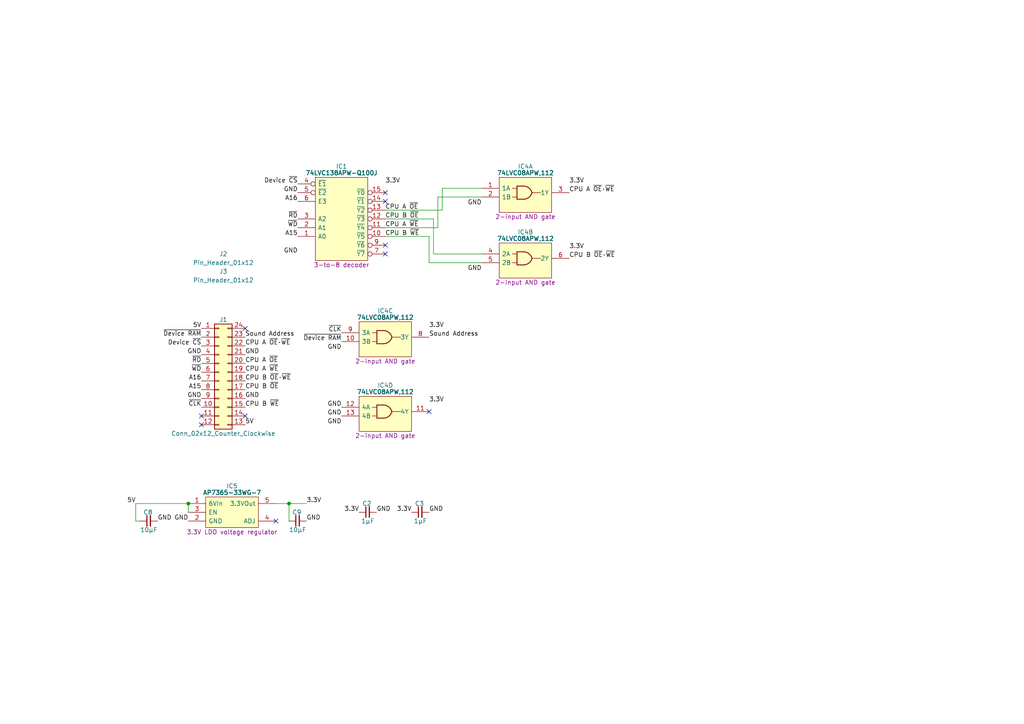
<source format=kicad_sch>
(kicad_sch
	(version 20231120)
	(generator "eeschema")
	(generator_version "8.0")
	(uuid "337b5f72-8be1-4121-9dc6-479b565482b2")
	(paper "A4")
	(title_block
		(title "Sound Address Decode")
		(date "2023-10-07")
		(rev "V0")
	)
	(lib_symbols
		(symbol "Connector_Generic:Conn_02x12_Counter_Clockwise"
			(pin_names
				(offset 1.016) hide)
			(exclude_from_sim no)
			(in_bom yes)
			(on_board yes)
			(property "Reference" "J"
				(at 1.27 15.24 0)
				(effects
					(font
						(size 1.27 1.27)
					)
				)
			)
			(property "Value" "Conn_02x12_Counter_Clockwise"
				(at 1.27 -17.78 0)
				(effects
					(font
						(size 1.27 1.27)
					)
				)
			)
			(property "Footprint" ""
				(at 0 0 0)
				(effects
					(font
						(size 1.27 1.27)
					)
					(hide yes)
				)
			)
			(property "Datasheet" "~"
				(at 0 0 0)
				(effects
					(font
						(size 1.27 1.27)
					)
					(hide yes)
				)
			)
			(property "Description" "Generic connector, double row, 02x12, counter clockwise pin numbering scheme (similar to DIP package numbering), script generated (kicad-library-utils/schlib/autogen/connector/)"
				(at 0 0 0)
				(effects
					(font
						(size 1.27 1.27)
					)
					(hide yes)
				)
			)
			(property "ki_keywords" "connector"
				(at 0 0 0)
				(effects
					(font
						(size 1.27 1.27)
					)
					(hide yes)
				)
			)
			(property "ki_fp_filters" "Connector*:*_2x??_*"
				(at 0 0 0)
				(effects
					(font
						(size 1.27 1.27)
					)
					(hide yes)
				)
			)
			(symbol "Conn_02x12_Counter_Clockwise_1_1"
				(rectangle
					(start -1.27 -15.113)
					(end 0 -15.367)
					(stroke
						(width 0.1524)
						(type default)
					)
					(fill
						(type none)
					)
				)
				(rectangle
					(start -1.27 -12.573)
					(end 0 -12.827)
					(stroke
						(width 0.1524)
						(type default)
					)
					(fill
						(type none)
					)
				)
				(rectangle
					(start -1.27 -10.033)
					(end 0 -10.287)
					(stroke
						(width 0.1524)
						(type default)
					)
					(fill
						(type none)
					)
				)
				(rectangle
					(start -1.27 -7.493)
					(end 0 -7.747)
					(stroke
						(width 0.1524)
						(type default)
					)
					(fill
						(type none)
					)
				)
				(rectangle
					(start -1.27 -4.953)
					(end 0 -5.207)
					(stroke
						(width 0.1524)
						(type default)
					)
					(fill
						(type none)
					)
				)
				(rectangle
					(start -1.27 -2.413)
					(end 0 -2.667)
					(stroke
						(width 0.1524)
						(type default)
					)
					(fill
						(type none)
					)
				)
				(rectangle
					(start -1.27 0.127)
					(end 0 -0.127)
					(stroke
						(width 0.1524)
						(type default)
					)
					(fill
						(type none)
					)
				)
				(rectangle
					(start -1.27 2.667)
					(end 0 2.413)
					(stroke
						(width 0.1524)
						(type default)
					)
					(fill
						(type none)
					)
				)
				(rectangle
					(start -1.27 5.207)
					(end 0 4.953)
					(stroke
						(width 0.1524)
						(type default)
					)
					(fill
						(type none)
					)
				)
				(rectangle
					(start -1.27 7.747)
					(end 0 7.493)
					(stroke
						(width 0.1524)
						(type default)
					)
					(fill
						(type none)
					)
				)
				(rectangle
					(start -1.27 10.287)
					(end 0 10.033)
					(stroke
						(width 0.1524)
						(type default)
					)
					(fill
						(type none)
					)
				)
				(rectangle
					(start -1.27 12.827)
					(end 0 12.573)
					(stroke
						(width 0.1524)
						(type default)
					)
					(fill
						(type none)
					)
				)
				(rectangle
					(start -1.27 13.97)
					(end 3.81 -16.51)
					(stroke
						(width 0.254)
						(type default)
					)
					(fill
						(type background)
					)
				)
				(rectangle
					(start 3.81 -15.113)
					(end 2.54 -15.367)
					(stroke
						(width 0.1524)
						(type default)
					)
					(fill
						(type none)
					)
				)
				(rectangle
					(start 3.81 -12.573)
					(end 2.54 -12.827)
					(stroke
						(width 0.1524)
						(type default)
					)
					(fill
						(type none)
					)
				)
				(rectangle
					(start 3.81 -10.033)
					(end 2.54 -10.287)
					(stroke
						(width 0.1524)
						(type default)
					)
					(fill
						(type none)
					)
				)
				(rectangle
					(start 3.81 -7.493)
					(end 2.54 -7.747)
					(stroke
						(width 0.1524)
						(type default)
					)
					(fill
						(type none)
					)
				)
				(rectangle
					(start 3.81 -4.953)
					(end 2.54 -5.207)
					(stroke
						(width 0.1524)
						(type default)
					)
					(fill
						(type none)
					)
				)
				(rectangle
					(start 3.81 -2.413)
					(end 2.54 -2.667)
					(stroke
						(width 0.1524)
						(type default)
					)
					(fill
						(type none)
					)
				)
				(rectangle
					(start 3.81 0.127)
					(end 2.54 -0.127)
					(stroke
						(width 0.1524)
						(type default)
					)
					(fill
						(type none)
					)
				)
				(rectangle
					(start 3.81 2.667)
					(end 2.54 2.413)
					(stroke
						(width 0.1524)
						(type default)
					)
					(fill
						(type none)
					)
				)
				(rectangle
					(start 3.81 5.207)
					(end 2.54 4.953)
					(stroke
						(width 0.1524)
						(type default)
					)
					(fill
						(type none)
					)
				)
				(rectangle
					(start 3.81 7.747)
					(end 2.54 7.493)
					(stroke
						(width 0.1524)
						(type default)
					)
					(fill
						(type none)
					)
				)
				(rectangle
					(start 3.81 10.287)
					(end 2.54 10.033)
					(stroke
						(width 0.1524)
						(type default)
					)
					(fill
						(type none)
					)
				)
				(rectangle
					(start 3.81 12.827)
					(end 2.54 12.573)
					(stroke
						(width 0.1524)
						(type default)
					)
					(fill
						(type none)
					)
				)
				(pin passive line
					(at -5.08 12.7 0)
					(length 3.81)
					(name "Pin_1"
						(effects
							(font
								(size 1.27 1.27)
							)
						)
					)
					(number "1"
						(effects
							(font
								(size 1.27 1.27)
							)
						)
					)
				)
				(pin passive line
					(at -5.08 -10.16 0)
					(length 3.81)
					(name "Pin_10"
						(effects
							(font
								(size 1.27 1.27)
							)
						)
					)
					(number "10"
						(effects
							(font
								(size 1.27 1.27)
							)
						)
					)
				)
				(pin passive line
					(at -5.08 -12.7 0)
					(length 3.81)
					(name "Pin_11"
						(effects
							(font
								(size 1.27 1.27)
							)
						)
					)
					(number "11"
						(effects
							(font
								(size 1.27 1.27)
							)
						)
					)
				)
				(pin passive line
					(at -5.08 -15.24 0)
					(length 3.81)
					(name "Pin_12"
						(effects
							(font
								(size 1.27 1.27)
							)
						)
					)
					(number "12"
						(effects
							(font
								(size 1.27 1.27)
							)
						)
					)
				)
				(pin passive line
					(at 7.62 -15.24 180)
					(length 3.81)
					(name "Pin_13"
						(effects
							(font
								(size 1.27 1.27)
							)
						)
					)
					(number "13"
						(effects
							(font
								(size 1.27 1.27)
							)
						)
					)
				)
				(pin passive line
					(at 7.62 -12.7 180)
					(length 3.81)
					(name "Pin_14"
						(effects
							(font
								(size 1.27 1.27)
							)
						)
					)
					(number "14"
						(effects
							(font
								(size 1.27 1.27)
							)
						)
					)
				)
				(pin passive line
					(at 7.62 -10.16 180)
					(length 3.81)
					(name "Pin_15"
						(effects
							(font
								(size 1.27 1.27)
							)
						)
					)
					(number "15"
						(effects
							(font
								(size 1.27 1.27)
							)
						)
					)
				)
				(pin passive line
					(at 7.62 -7.62 180)
					(length 3.81)
					(name "Pin_16"
						(effects
							(font
								(size 1.27 1.27)
							)
						)
					)
					(number "16"
						(effects
							(font
								(size 1.27 1.27)
							)
						)
					)
				)
				(pin passive line
					(at 7.62 -5.08 180)
					(length 3.81)
					(name "Pin_17"
						(effects
							(font
								(size 1.27 1.27)
							)
						)
					)
					(number "17"
						(effects
							(font
								(size 1.27 1.27)
							)
						)
					)
				)
				(pin passive line
					(at 7.62 -2.54 180)
					(length 3.81)
					(name "Pin_18"
						(effects
							(font
								(size 1.27 1.27)
							)
						)
					)
					(number "18"
						(effects
							(font
								(size 1.27 1.27)
							)
						)
					)
				)
				(pin passive line
					(at 7.62 0 180)
					(length 3.81)
					(name "Pin_19"
						(effects
							(font
								(size 1.27 1.27)
							)
						)
					)
					(number "19"
						(effects
							(font
								(size 1.27 1.27)
							)
						)
					)
				)
				(pin passive line
					(at -5.08 10.16 0)
					(length 3.81)
					(name "Pin_2"
						(effects
							(font
								(size 1.27 1.27)
							)
						)
					)
					(number "2"
						(effects
							(font
								(size 1.27 1.27)
							)
						)
					)
				)
				(pin passive line
					(at 7.62 2.54 180)
					(length 3.81)
					(name "Pin_20"
						(effects
							(font
								(size 1.27 1.27)
							)
						)
					)
					(number "20"
						(effects
							(font
								(size 1.27 1.27)
							)
						)
					)
				)
				(pin passive line
					(at 7.62 5.08 180)
					(length 3.81)
					(name "Pin_21"
						(effects
							(font
								(size 1.27 1.27)
							)
						)
					)
					(number "21"
						(effects
							(font
								(size 1.27 1.27)
							)
						)
					)
				)
				(pin passive line
					(at 7.62 7.62 180)
					(length 3.81)
					(name "Pin_22"
						(effects
							(font
								(size 1.27 1.27)
							)
						)
					)
					(number "22"
						(effects
							(font
								(size 1.27 1.27)
							)
						)
					)
				)
				(pin passive line
					(at 7.62 10.16 180)
					(length 3.81)
					(name "Pin_23"
						(effects
							(font
								(size 1.27 1.27)
							)
						)
					)
					(number "23"
						(effects
							(font
								(size 1.27 1.27)
							)
						)
					)
				)
				(pin passive line
					(at 7.62 12.7 180)
					(length 3.81)
					(name "Pin_24"
						(effects
							(font
								(size 1.27 1.27)
							)
						)
					)
					(number "24"
						(effects
							(font
								(size 1.27 1.27)
							)
						)
					)
				)
				(pin passive line
					(at -5.08 7.62 0)
					(length 3.81)
					(name "Pin_3"
						(effects
							(font
								(size 1.27 1.27)
							)
						)
					)
					(number "3"
						(effects
							(font
								(size 1.27 1.27)
							)
						)
					)
				)
				(pin passive line
					(at -5.08 5.08 0)
					(length 3.81)
					(name "Pin_4"
						(effects
							(font
								(size 1.27 1.27)
							)
						)
					)
					(number "4"
						(effects
							(font
								(size 1.27 1.27)
							)
						)
					)
				)
				(pin passive line
					(at -5.08 2.54 0)
					(length 3.81)
					(name "Pin_5"
						(effects
							(font
								(size 1.27 1.27)
							)
						)
					)
					(number "5"
						(effects
							(font
								(size 1.27 1.27)
							)
						)
					)
				)
				(pin passive line
					(at -5.08 0 0)
					(length 3.81)
					(name "Pin_6"
						(effects
							(font
								(size 1.27 1.27)
							)
						)
					)
					(number "6"
						(effects
							(font
								(size 1.27 1.27)
							)
						)
					)
				)
				(pin passive line
					(at -5.08 -2.54 0)
					(length 3.81)
					(name "Pin_7"
						(effects
							(font
								(size 1.27 1.27)
							)
						)
					)
					(number "7"
						(effects
							(font
								(size 1.27 1.27)
							)
						)
					)
				)
				(pin passive line
					(at -5.08 -5.08 0)
					(length 3.81)
					(name "Pin_8"
						(effects
							(font
								(size 1.27 1.27)
							)
						)
					)
					(number "8"
						(effects
							(font
								(size 1.27 1.27)
							)
						)
					)
				)
				(pin passive line
					(at -5.08 -7.62 0)
					(length 3.81)
					(name "Pin_9"
						(effects
							(font
								(size 1.27 1.27)
							)
						)
					)
					(number "9"
						(effects
							(font
								(size 1.27 1.27)
							)
						)
					)
				)
			)
		)
		(symbol "Diodes_Inc:AP7365-33WG-7"
			(pin_names
				(offset 0.762)
			)
			(exclude_from_sim no)
			(in_bom yes)
			(on_board yes)
			(property "Reference" "IC"
				(at 12.7 5.08 0)
				(effects
					(font
						(size 1.27 1.27)
					)
				)
			)
			(property "Value" "AP7365-33WG-7"
				(at 12.7 3.175 0)
				(effects
					(font
						(size 1.27 1.27)
						(bold yes)
					)
				)
			)
			(property "Footprint" "SamacSys_Parts:SOT95P285X130-5N"
				(at 21.59 -14.605 0)
				(effects
					(font
						(size 1.27 1.27)
					)
					(justify left)
					(hide yes)
				)
			)
			(property "Datasheet" "https://componentsearchengine.com/Datasheets/1/AP7365-33WG-7.pdf"
				(at 21.59 -17.145 0)
				(effects
					(font
						(size 1.27 1.27)
					)
					(justify left)
					(hide yes)
				)
			)
			(property "Description" "3.3V LDO voltage regulator"
				(at 12.7 -8.255 0)
				(effects
					(font
						(size 1.27 1.27)
					)
				)
			)
			(property "Height" "1.3"
				(at 21.59 -19.685 0)
				(effects
					(font
						(size 1.27 1.27)
					)
					(justify left)
					(hide yes)
				)
			)
			(property "Manufacturer_Name" "Diodes Inc."
				(at 21.59 -22.225 0)
				(effects
					(font
						(size 1.27 1.27)
					)
					(justify left)
					(hide yes)
				)
			)
			(property "Manufacturer_Part_Number" "AP7365-33WG-7"
				(at 21.59 -24.765 0)
				(effects
					(font
						(size 1.27 1.27)
					)
					(justify left)
					(hide yes)
				)
			)
			(property "Mouser Part Number" "621-AP7365-33WG-7"
				(at 21.59 -27.305 0)
				(effects
					(font
						(size 1.27 1.27)
					)
					(justify left)
					(hide yes)
				)
			)
			(property "Mouser Price/Stock" "https://www.mouser.co.uk/ProductDetail/Diodes-Incorporated/AP7365-33WG-7?qs=abZ1nkZpTuOZFvxvoFPL0w%3D%3D"
				(at 21.59 -29.845 0)
				(effects
					(font
						(size 1.27 1.27)
					)
					(justify left)
					(hide yes)
				)
			)
			(property "Arrow Part Number" "AP7365-33WG-7"
				(at 21.59 -32.385 0)
				(effects
					(font
						(size 1.27 1.27)
					)
					(justify left)
					(hide yes)
				)
			)
			(property "Arrow Price/Stock" "https://www.arrow.com/en/products/ap7365-33wg-7/diodes-incorporated?region=nac"
				(at 21.59 -34.925 0)
				(effects
					(font
						(size 1.27 1.27)
					)
					(justify left)
					(hide yes)
				)
			)
			(property "Silkscreen" "AP7365"
				(at 21.59 -12.065 0)
				(effects
					(font
						(size 1.27 1.27)
					)
					(justify left)
					(hide yes)
				)
			)
			(symbol "AP7365-33WG-7_0_0"
				(pin passive line
					(at 0 -5.08 0)
					(length 5.08)
					(name "GND"
						(effects
							(font
								(size 1.27 1.27)
							)
						)
					)
					(number "2"
						(effects
							(font
								(size 1.27 1.27)
							)
						)
					)
				)
				(pin input line
					(at 0 -2.54 0)
					(length 5.08)
					(name "EN"
						(effects
							(font
								(size 1.27 1.27)
							)
						)
					)
					(number "3"
						(effects
							(font
								(size 1.27 1.27)
							)
						)
					)
				)
				(pin passive line
					(at 25.4 -5.08 180)
					(length 5.08)
					(name "ADJ"
						(effects
							(font
								(size 1.27 1.27)
							)
						)
					)
					(number "4"
						(effects
							(font
								(size 1.27 1.27)
							)
						)
					)
				)
			)
			(symbol "AP7365-33WG-7_0_1"
				(polyline
					(pts
						(xy 5.08 1.905) (xy 20.32 1.905) (xy 20.32 -6.985) (xy 5.08 -6.985) (xy 5.08 1.905)
					)
					(stroke
						(width 0)
						(type default)
					)
					(fill
						(type background)
					)
				)
			)
			(symbol "AP7365-33WG-7_1_0"
				(pin passive line
					(at 0 0 0)
					(length 5.08)
					(name "6VIn"
						(effects
							(font
								(size 1.27 1.27)
							)
						)
					)
					(number "1"
						(effects
							(font
								(size 1.27 1.27)
							)
						)
					)
				)
				(pin passive line
					(at 25.4 0 180)
					(length 5.08)
					(name "3.3VOut"
						(effects
							(font
								(size 1.27 1.27)
							)
						)
					)
					(number "5"
						(effects
							(font
								(size 1.27 1.27)
							)
						)
					)
				)
			)
		)
		(symbol "HCP65:C_0805"
			(pin_numbers hide)
			(pin_names
				(offset 0.254) hide)
			(exclude_from_sim no)
			(in_bom yes)
			(on_board yes)
			(property "Reference" "C"
				(at 2.286 2.54 0)
				(effects
					(font
						(size 1.27 1.27)
					)
				)
			)
			(property "Value" "?μF"
				(at 2.54 -2.54 0)
				(effects
					(font
						(size 1.27 1.27)
					)
				)
			)
			(property "Footprint" "SamacSys_Parts:C_0805"
				(at 16.764 -7.62 0)
				(effects
					(font
						(size 1.27 1.27)
					)
					(hide yes)
				)
			)
			(property "Datasheet" ""
				(at 2.2225 0.3175 90)
				(effects
					(font
						(size 1.27 1.27)
					)
					(hide yes)
				)
			)
			(property "Description" ""
				(at 0 0 0)
				(effects
					(font
						(size 1.27 1.27)
					)
					(hide yes)
				)
			)
			(property "ki_keywords" "capacitor cap"
				(at 0 0 0)
				(effects
					(font
						(size 1.27 1.27)
					)
					(hide yes)
				)
			)
			(property "ki_fp_filters" "C_*"
				(at 0 0 0)
				(effects
					(font
						(size 1.27 1.27)
					)
					(hide yes)
				)
			)
			(symbol "C_0805_0_1"
				(polyline
					(pts
						(xy 1.9685 -1.4605) (xy 1.9685 1.5875)
					)
					(stroke
						(width 0.3048)
						(type default)
					)
					(fill
						(type none)
					)
				)
				(polyline
					(pts
						(xy 2.9845 -1.4605) (xy 2.9845 1.5875)
					)
					(stroke
						(width 0.3302)
						(type default)
					)
					(fill
						(type none)
					)
				)
			)
			(symbol "C_0805_1_1"
				(pin passive line
					(at 0 0 0)
					(length 2.032)
					(name "~"
						(effects
							(font
								(size 1.27 1.27)
							)
						)
					)
					(number "1"
						(effects
							(font
								(size 1.27 1.27)
							)
						)
					)
				)
				(pin passive line
					(at 5.08 0 180)
					(length 2.032)
					(name "~"
						(effects
							(font
								(size 1.27 1.27)
							)
						)
					)
					(number "2"
						(effects
							(font
								(size 1.27 1.27)
							)
						)
					)
				)
			)
		)
		(symbol "HCP65:Pin_Header_01x32"
			(pin_names
				(offset 1.016) hide)
			(exclude_from_sim no)
			(in_bom yes)
			(on_board yes)
			(property "Reference" "J"
				(at 0 1.27 0)
				(effects
					(font
						(size 1.27 1.27)
					)
				)
			)
			(property "Value" "Pin_Header_01x32"
				(at 0 -1.27 0)
				(effects
					(font
						(size 1.27 1.27)
					)
				)
			)
			(property "Footprint" "SamacSys_Parts:PinHeader_1x32_P2.54mm_Vertical"
				(at 0 -3.81 0)
				(effects
					(font
						(size 1.27 1.27)
					)
					(hide yes)
				)
			)
			(property "Datasheet" "~"
				(at -5.08 0 0)
				(effects
					(font
						(size 1.27 1.27)
					)
					(hide yes)
				)
			)
			(property "Description" ""
				(at 0 0 0)
				(effects
					(font
						(size 1.27 1.27)
					)
					(hide yes)
				)
			)
			(property "ki_fp_filters" "Connector*:*_1x??_*"
				(at 0 0 0)
				(effects
					(font
						(size 1.27 1.27)
					)
					(hide yes)
				)
			)
		)
		(symbol "Nexperia:74LVC08APW,112_Multi"
			(pin_names
				(offset 0.762)
			)
			(exclude_from_sim no)
			(in_bom yes)
			(on_board yes)
			(property "Reference" "IC"
				(at 12.7 6.35 0)
				(effects
					(font
						(size 1.27 1.27)
					)
				)
			)
			(property "Value" "74LVC08APW,112"
				(at 12.7 4.445 0)
				(effects
					(font
						(size 1.27 1.27)
						(bold yes)
					)
				)
			)
			(property "Footprint" "SamacSys_Parts:SOP65P640X110-14N"
				(at 30.48 -31.115 0)
				(effects
					(font
						(size 1.27 1.27)
					)
					(justify left)
					(hide yes)
				)
			)
			(property "Datasheet" "https://assets.nexperia.com/documents/data-sheet/74LVC08A.pdf"
				(at 30.48 -33.655 0)
				(effects
					(font
						(size 1.27 1.27)
					)
					(justify left)
					(hide yes)
				)
			)
			(property "Description" "2-input AND gate"
				(at 12.7 -8.255 0)
				(effects
					(font
						(size 1.27 1.27)
					)
				)
			)
			(property "Height" "1.1"
				(at 30.48 -36.195 0)
				(effects
					(font
						(size 1.27 1.27)
					)
					(justify left)
					(hide yes)
				)
			)
			(property "Manufacturer_Name" "Nexperia"
				(at 30.48 -38.735 0)
				(effects
					(font
						(size 1.27 1.27)
					)
					(justify left)
					(hide yes)
				)
			)
			(property "Manufacturer_Part_Number" "74LVC08APW,112"
				(at 30.48 -41.275 0)
				(effects
					(font
						(size 1.27 1.27)
					)
					(justify left)
					(hide yes)
				)
			)
			(property "Mouser Part Number" "771-74LVC08APW"
				(at 30.48 -43.815 0)
				(effects
					(font
						(size 1.27 1.27)
					)
					(justify left)
					(hide yes)
				)
			)
			(property "Mouser Price/Stock" "https://www.mouser.com/Search/Refine.aspx?Keyword=771-74LVC08APW"
				(at 30.48 -46.355 0)
				(effects
					(font
						(size 1.27 1.27)
					)
					(justify left)
					(hide yes)
				)
			)
			(property "Silkscreen" "74LVC08"
				(at 12.7 -10.16 0)
				(effects
					(font
						(size 1.27 1.27)
					)
					(hide yes)
				)
			)
			(property "Garbage" "NXP 74LVC08APW,112, Quad 2-Input AND Logic Gate, 1.2  3.6 V, 14-Pin TSSOP"
				(at 0 0 0)
				(effects
					(font
						(size 1.27 1.27)
					)
					(hide yes)
				)
			)
			(symbol "74LVC08APW,112_Multi_0_0"
				(pin passive line
					(at 25.4 1.27 180)
					(length 5.08) hide
					(name "3V"
						(effects
							(font
								(size 1.27 1.27)
							)
						)
					)
					(number "14"
						(effects
							(font
								(size 1.27 1.27)
							)
						)
					)
				)
				(pin passive line
					(at 0 -5.08 0)
					(length 5.08) hide
					(name "GND"
						(effects
							(font
								(size 1.27 1.27)
							)
						)
					)
					(number "7"
						(effects
							(font
								(size 1.27 1.27)
							)
						)
					)
				)
			)
			(symbol "74LVC08APW,112_Multi_0_1"
				(polyline
					(pts
						(xy 8.89 -2.54) (xy 10.1599 -2.54)
					)
					(stroke
						(width 0)
						(type default)
					)
					(fill
						(type none)
					)
				)
				(polyline
					(pts
						(xy 8.89 0) (xy 10.1599 0)
					)
					(stroke
						(width 0)
						(type default)
					)
					(fill
						(type none)
					)
				)
				(polyline
					(pts
						(xy 10.248 0.635) (xy 10.248 -3.175)
					)
					(stroke
						(width 0.254)
						(type default)
					)
					(fill
						(type background)
					)
				)
				(polyline
					(pts
						(xy 12.065 -3.175) (xy 10.248 -3.175)
					)
					(stroke
						(width 0.254)
						(type default)
					)
					(fill
						(type background)
					)
				)
				(polyline
					(pts
						(xy 12.065 0.635) (xy 10.248 0.635)
					)
					(stroke
						(width 0.254)
						(type default)
					)
					(fill
						(type background)
					)
				)
				(polyline
					(pts
						(xy 14.605 -1.27) (xy 17.145 -1.27)
					)
					(stroke
						(width 0)
						(type default)
					)
					(fill
						(type none)
					)
				)
				(polyline
					(pts
						(xy 5.08 3.175) (xy 20.32 3.175) (xy 20.32 -6.985) (xy 5.08 -6.985) (xy 5.08 3.175)
					)
					(stroke
						(width 0.1524)
						(type default)
					)
					(fill
						(type background)
					)
				)
				(arc
					(start 12.065 -3.175)
					(mid 13.6634 -2.6604)
					(end 14.605 -1.27)
					(stroke
						(width 0.254)
						(type default)
					)
					(fill
						(type none)
					)
				)
				(arc
					(start 14.605 -1.27)
					(mid 13.6646 0.122)
					(end 12.065 0.635)
					(stroke
						(width 0.254)
						(type default)
					)
					(fill
						(type none)
					)
				)
			)
			(symbol "74LVC08APW,112_Multi_1_0"
				(pin input line
					(at 0 0 0)
					(length 5.08)
					(name "1A"
						(effects
							(font
								(size 1.27 1.27)
							)
						)
					)
					(number "1"
						(effects
							(font
								(size 1.27 1.27)
							)
						)
					)
				)
				(pin input line
					(at 0 -2.54 0)
					(length 5.08)
					(name "1B"
						(effects
							(font
								(size 1.27 1.27)
							)
						)
					)
					(number "2"
						(effects
							(font
								(size 1.27 1.27)
							)
						)
					)
				)
				(pin passive line
					(at 25.4 -1.27 180)
					(length 5.08)
					(name "1Y"
						(effects
							(font
								(size 1.27 1.27)
							)
						)
					)
					(number "3"
						(effects
							(font
								(size 1.27 1.27)
							)
						)
					)
				)
			)
			(symbol "74LVC08APW,112_Multi_2_0"
				(pin input line
					(at 0 0 0)
					(length 5.08)
					(name "2A"
						(effects
							(font
								(size 1.27 1.27)
							)
						)
					)
					(number "4"
						(effects
							(font
								(size 1.27 1.27)
							)
						)
					)
				)
				(pin input line
					(at 0 -2.54 0)
					(length 5.08)
					(name "2B"
						(effects
							(font
								(size 1.27 1.27)
							)
						)
					)
					(number "5"
						(effects
							(font
								(size 1.27 1.27)
							)
						)
					)
				)
				(pin output line
					(at 25.4 -1.27 180)
					(length 5.08)
					(name "2Y"
						(effects
							(font
								(size 1.27 1.27)
							)
						)
					)
					(number "6"
						(effects
							(font
								(size 1.27 1.27)
							)
						)
					)
				)
			)
			(symbol "74LVC08APW,112_Multi_3_0"
				(pin input line
					(at 0 -2.54 0)
					(length 5.08)
					(name "3B"
						(effects
							(font
								(size 1.27 1.27)
							)
						)
					)
					(number "10"
						(effects
							(font
								(size 1.27 1.27)
							)
						)
					)
				)
				(pin output line
					(at 25.4 -1.27 180)
					(length 5.08)
					(name "3Y"
						(effects
							(font
								(size 1.27 1.27)
							)
						)
					)
					(number "8"
						(effects
							(font
								(size 1.27 1.27)
							)
						)
					)
				)
				(pin input line
					(at 0 0 0)
					(length 5.08)
					(name "3A"
						(effects
							(font
								(size 1.27 1.27)
							)
						)
					)
					(number "9"
						(effects
							(font
								(size 1.27 1.27)
							)
						)
					)
				)
			)
			(symbol "74LVC08APW,112_Multi_4_0"
				(pin output line
					(at 25.4 -1.27 180)
					(length 5.08)
					(name "4Y"
						(effects
							(font
								(size 1.27 1.27)
							)
						)
					)
					(number "11"
						(effects
							(font
								(size 1.27 1.27)
							)
						)
					)
				)
				(pin input line
					(at 0 0 0)
					(length 5.08)
					(name "4A"
						(effects
							(font
								(size 1.27 1.27)
							)
						)
					)
					(number "12"
						(effects
							(font
								(size 1.27 1.27)
							)
						)
					)
				)
				(pin input line
					(at 0 -2.54 0)
					(length 5.08)
					(name "4B"
						(effects
							(font
								(size 1.27 1.27)
							)
						)
					)
					(number "13"
						(effects
							(font
								(size 1.27 1.27)
							)
						)
					)
				)
			)
		)
		(symbol "Nexperia:74LVC138APW-Q100J"
			(pin_names
				(offset 0.762)
			)
			(exclude_from_sim no)
			(in_bom yes)
			(on_board yes)
			(property "Reference" "IC"
				(at 12.7 3.175 0)
				(effects
					(font
						(size 1.27 1.27)
					)
				)
			)
			(property "Value" "74LVC138APW-Q100J"
				(at 12.7 1.27 0)
				(effects
					(font
						(size 1.27 1.27)
						(bold yes)
					)
				)
			)
			(property "Footprint" "SamacSys_Parts:SOP65P640X110-16N"
				(at 28.575 -30.48 0)
				(effects
					(font
						(size 1.27 1.27)
					)
					(justify left)
					(hide yes)
				)
			)
			(property "Datasheet" "https://assets.nexperia.com/documents/data-sheet/74LVC138A_Q100.pdf"
				(at 28.575 -33.02 0)
				(effects
					(font
						(size 1.27 1.27)
					)
					(justify left)
					(hide yes)
				)
			)
			(property "Description" "3-to-8 decoder"
				(at 12.7 -25.4 0)
				(effects
					(font
						(size 1.27 1.27)
					)
				)
			)
			(property "Height" "1.1"
				(at 28.575 -38.1 0)
				(effects
					(font
						(size 1.27 1.27)
					)
					(justify left)
					(hide yes)
				)
			)
			(property "Mouser Part Number" "771-74LVC138APWQ100J"
				(at 28.575 -40.64 0)
				(effects
					(font
						(size 1.27 1.27)
					)
					(justify left)
					(hide yes)
				)
			)
			(property "Mouser Price/Stock" "https://www.mouser.co.uk/ProductDetail/Nexperia/74LVC138APW-Q100J?qs=fi7yB2oewZnXKE82xo%252BhJQ%3D%3D"
				(at 28.575 -43.18 0)
				(effects
					(font
						(size 1.27 1.27)
					)
					(justify left)
					(hide yes)
				)
			)
			(property "Manufacturer_Name" "Nexperia"
				(at 28.575 -45.72 0)
				(effects
					(font
						(size 1.27 1.27)
					)
					(justify left)
					(hide yes)
				)
			)
			(property "Manufacturer_Part_Number" "74LVC138APW-Q100J"
				(at 28.575 -48.26 0)
				(effects
					(font
						(size 1.27 1.27)
					)
					(justify left)
					(hide yes)
				)
			)
			(property "Silkscreen" "74LVC138"
				(at 12.7 -27.305 0)
				(effects
					(font
						(size 1.27 1.27)
					)
					(hide yes)
				)
			)
			(property "Garbage" "74LVC138A-Q100 - 3-to-8 line decoder/demultiplexer; inverting@en-us"
				(at 0 0 0)
				(effects
					(font
						(size 1.27 1.27)
					)
					(hide yes)
				)
			)
			(symbol "74LVC138APW-Q100J_0_0"
				(pin input line
					(at 0 -17.145 0)
					(length 5.08)
					(name "A0"
						(effects
							(font
								(size 1.27 1.27)
							)
						)
					)
					(number "1"
						(effects
							(font
								(size 1.27 1.27)
							)
						)
					)
				)
				(pin output inverted
					(at 25.4 -17.145 180)
					(length 5.08)
					(name "~{Y5}"
						(effects
							(font
								(size 1.27 1.27)
							)
						)
					)
					(number "10"
						(effects
							(font
								(size 1.27 1.27)
							)
						)
					)
				)
				(pin output inverted
					(at 25.4 -14.605 180)
					(length 5.08)
					(name "~{Y4}"
						(effects
							(font
								(size 1.27 1.27)
							)
						)
					)
					(number "11"
						(effects
							(font
								(size 1.27 1.27)
							)
						)
					)
				)
				(pin output inverted
					(at 25.4 -12.065 180)
					(length 5.08)
					(name "~{Y3}"
						(effects
							(font
								(size 1.27 1.27)
							)
						)
					)
					(number "12"
						(effects
							(font
								(size 1.27 1.27)
							)
						)
					)
				)
				(pin output inverted
					(at 25.4 -9.525 180)
					(length 5.08)
					(name "~{Y2}"
						(effects
							(font
								(size 1.27 1.27)
							)
						)
					)
					(number "13"
						(effects
							(font
								(size 1.27 1.27)
							)
						)
					)
				)
				(pin output inverted
					(at 25.4 -6.985 180)
					(length 5.08)
					(name "~{Y1}"
						(effects
							(font
								(size 1.27 1.27)
							)
						)
					)
					(number "14"
						(effects
							(font
								(size 1.27 1.27)
							)
						)
					)
				)
				(pin output inverted
					(at 25.4 -4.445 180)
					(length 5.08)
					(name "~{Y0}"
						(effects
							(font
								(size 1.27 1.27)
							)
						)
					)
					(number "15"
						(effects
							(font
								(size 1.27 1.27)
							)
						)
					)
				)
				(pin passive line
					(at 25.4 -1.905 180)
					(length 5.08) hide
					(name "3V"
						(effects
							(font
								(size 1.27 1.27)
							)
						)
					)
					(number "16"
						(effects
							(font
								(size 1.27 1.27)
							)
						)
					)
				)
				(pin input line
					(at 0 -14.605 0)
					(length 5.08)
					(name "A1"
						(effects
							(font
								(size 1.27 1.27)
							)
						)
					)
					(number "2"
						(effects
							(font
								(size 1.27 1.27)
							)
						)
					)
				)
				(pin input line
					(at 0 -12.065 0)
					(length 5.08)
					(name "A2"
						(effects
							(font
								(size 1.27 1.27)
							)
						)
					)
					(number "3"
						(effects
							(font
								(size 1.27 1.27)
							)
						)
					)
				)
				(pin input line
					(at 0 -6.985 0)
					(length 5.08)
					(name "E3"
						(effects
							(font
								(size 1.27 1.27)
							)
						)
					)
					(number "6"
						(effects
							(font
								(size 1.27 1.27)
							)
						)
					)
				)
				(pin output inverted
					(at 25.4 -22.225 180)
					(length 5.08)
					(name "~{Y7}"
						(effects
							(font
								(size 1.27 1.27)
							)
						)
					)
					(number "7"
						(effects
							(font
								(size 1.27 1.27)
							)
						)
					)
				)
				(pin passive line
					(at 0 -22.225 0)
					(length 5.08) hide
					(name "GND"
						(effects
							(font
								(size 1.27 1.27)
							)
						)
					)
					(number "8"
						(effects
							(font
								(size 1.27 1.27)
							)
						)
					)
				)
				(pin output inverted
					(at 25.4 -19.685 180)
					(length 5.08)
					(name "~{Y6}"
						(effects
							(font
								(size 1.27 1.27)
							)
						)
					)
					(number "9"
						(effects
							(font
								(size 1.27 1.27)
							)
						)
					)
				)
			)
			(symbol "74LVC138APW-Q100J_0_1"
				(polyline
					(pts
						(xy 5.08 0) (xy 20.32 0) (xy 20.32 -24.13) (xy 5.08 -24.13) (xy 5.08 0)
					)
					(stroke
						(width 0.1524)
						(type default)
					)
					(fill
						(type background)
					)
				)
			)
			(symbol "74LVC138APW-Q100J_1_0"
				(pin input inverted
					(at 0 -1.905 0)
					(length 5.08)
					(name "~{E1}"
						(effects
							(font
								(size 1.27 1.27)
							)
						)
					)
					(number "4"
						(effects
							(font
								(size 1.27 1.27)
							)
						)
					)
				)
				(pin input inverted
					(at 0 -4.445 0)
					(length 5.08)
					(name "~{E2}"
						(effects
							(font
								(size 1.27 1.27)
							)
						)
					)
					(number "5"
						(effects
							(font
								(size 1.27 1.27)
							)
						)
					)
				)
			)
		)
	)
	(junction
		(at 54.61 146.05)
		(diameter 0)
		(color 0 0 0 0)
		(uuid "413af9fc-5730-4581-bcd6-4066802553e7")
	)
	(junction
		(at 83.82 146.05)
		(diameter 0)
		(color 0 0 0 0)
		(uuid "b483095b-b3f1-413b-bfdc-dd45b3a6b7a0")
	)
	(no_connect
		(at 111.76 73.66)
		(uuid "0537ebe0-7b07-4551-8f3d-1c7906103a65")
	)
	(no_connect
		(at 111.76 71.12)
		(uuid "15378ef1-3c9e-4f30-9a9f-f6a7e20f1e0c")
	)
	(no_connect
		(at 80.01 151.13)
		(uuid "2acb9f61-7e35-41b1-ad56-ec6ab018021d")
	)
	(no_connect
		(at 71.12 95.25)
		(uuid "419f3c32-5ed4-4d3a-b1ff-2d0538698992")
	)
	(no_connect
		(at 71.12 120.65)
		(uuid "85a5b11d-c322-4f9a-8a91-8112462cba88")
	)
	(no_connect
		(at 124.46 119.38)
		(uuid "98f53054-2d74-455e-a385-e1e856786a12")
	)
	(no_connect
		(at 111.76 55.88)
		(uuid "9a33f67e-8515-429a-91b5-7f4040f82855")
	)
	(no_connect
		(at 58.42 120.65)
		(uuid "c5113942-fb86-4e49-a09c-8ccf7416ca03")
	)
	(no_connect
		(at 111.76 58.42)
		(uuid "d3abd670-bd01-4cdc-b1ec-b5f003813050")
	)
	(no_connect
		(at 58.42 123.19)
		(uuid "e768e2c0-faed-4902-928a-fa263d927fc3")
	)
	(wire
		(pts
			(xy 128.27 54.61) (xy 128.27 60.96)
		)
		(stroke
			(width 0)
			(type default)
		)
		(uuid "0870c4cc-48e5-4767-857c-bb208698c15d")
	)
	(wire
		(pts
			(xy 125.73 73.66) (xy 125.73 63.5)
		)
		(stroke
			(width 0)
			(type default)
		)
		(uuid "1a3fdc82-2112-4069-a855-3adf8009499e")
	)
	(wire
		(pts
			(xy 128.27 60.96) (xy 111.76 60.96)
		)
		(stroke
			(width 0)
			(type default)
		)
		(uuid "1eee79be-8887-4652-98c5-4ee6c11fef41")
	)
	(wire
		(pts
			(xy 83.82 151.13) (xy 83.82 146.05)
		)
		(stroke
			(width 0)
			(type default)
		)
		(uuid "26219dd1-99de-4424-b167-2c7dcb1ebc12")
	)
	(wire
		(pts
			(xy 111.76 68.58) (xy 124.46 68.58)
		)
		(stroke
			(width 0)
			(type default)
		)
		(uuid "274a7da8-edc3-498a-84f3-99f68164f107")
	)
	(wire
		(pts
			(xy 124.46 76.2) (xy 124.46 68.58)
		)
		(stroke
			(width 0)
			(type default)
		)
		(uuid "4eacebf8-4b13-4f3c-a103-94df3a124b31")
	)
	(wire
		(pts
			(xy 39.37 146.05) (xy 54.61 146.05)
		)
		(stroke
			(width 0)
			(type default)
		)
		(uuid "4ebb928e-f2be-4f76-aabe-4749c3ffc63f")
	)
	(wire
		(pts
			(xy 139.7 76.2) (xy 124.46 76.2)
		)
		(stroke
			(width 0)
			(type default)
		)
		(uuid "507a579f-6d8c-4b57-8616-825bc6c3766a")
	)
	(wire
		(pts
			(xy 54.61 146.05) (xy 54.61 148.59)
		)
		(stroke
			(width 0)
			(type default)
		)
		(uuid "6bcd95ff-6a51-4ead-aa6a-628fdc2cc852")
	)
	(wire
		(pts
			(xy 127 66.04) (xy 127 57.15)
		)
		(stroke
			(width 0)
			(type default)
		)
		(uuid "8bf23ffd-e078-452e-bf9d-5fd1b2f318f5")
	)
	(wire
		(pts
			(xy 80.01 146.05) (xy 83.82 146.05)
		)
		(stroke
			(width 0)
			(type default)
		)
		(uuid "a70da8ac-e087-4b2c-bb48-900e71135de0")
	)
	(wire
		(pts
			(xy 125.73 63.5) (xy 111.76 63.5)
		)
		(stroke
			(width 0)
			(type default)
		)
		(uuid "b01ed3c5-21a2-4d9f-928a-822e88a274f3")
	)
	(wire
		(pts
			(xy 127 57.15) (xy 139.7 57.15)
		)
		(stroke
			(width 0)
			(type default)
		)
		(uuid "c07c8cf6-d88b-4ea3-aaa8-a4fc9d2584d6")
	)
	(wire
		(pts
			(xy 39.37 146.05) (xy 39.37 151.13)
		)
		(stroke
			(width 0)
			(type default)
		)
		(uuid "c80f7ae1-0cda-4c1a-bbb5-9092aef6711c")
	)
	(wire
		(pts
			(xy 139.7 54.61) (xy 128.27 54.61)
		)
		(stroke
			(width 0)
			(type default)
		)
		(uuid "c833c920-1baa-4681-98d7-7f09d4d519f0")
	)
	(wire
		(pts
			(xy 139.7 73.66) (xy 125.73 73.66)
		)
		(stroke
			(width 0)
			(type default)
		)
		(uuid "d46b25ae-7448-418c-9d20-f224d697f1c9")
	)
	(wire
		(pts
			(xy 111.76 66.04) (xy 127 66.04)
		)
		(stroke
			(width 0)
			(type default)
		)
		(uuid "d9fe3c72-8564-4f33-b17d-f2bc203a4f5f")
	)
	(wire
		(pts
			(xy 39.37 151.13) (xy 40.64 151.13)
		)
		(stroke
			(width 0)
			(type default)
		)
		(uuid "ec59795c-0268-4c6a-8915-70f48d7fb95b")
	)
	(wire
		(pts
			(xy 83.82 146.05) (xy 88.9 146.05)
		)
		(stroke
			(width 0)
			(type default)
		)
		(uuid "f5a44683-1946-4e2a-9349-8f328e411edc")
	)
	(label "3.3V"
		(at 165.1 53.34 0)
		(fields_autoplaced yes)
		(effects
			(font
				(size 1.27 1.27)
			)
			(justify left bottom)
		)
		(uuid "063db60c-dc41-409f-a788-1981a146c63f")
	)
	(label "GND"
		(at 139.7 59.69 180)
		(fields_autoplaced yes)
		(effects
			(font
				(size 1.27 1.27)
			)
			(justify right bottom)
		)
		(uuid "0fc5a167-8a3f-40f7-a859-53ee0911b1e6")
	)
	(label "A16"
		(at 86.36 58.42 180)
		(fields_autoplaced yes)
		(effects
			(font
				(size 1.27 1.27)
			)
			(justify right bottom)
		)
		(uuid "12b8c76f-3a01-4258-aedf-c891d4f740ef")
	)
	(label "GND"
		(at 99.06 118.11 180)
		(fields_autoplaced yes)
		(effects
			(font
				(size 1.27 1.27)
			)
			(justify right bottom)
		)
		(uuid "14c64742-d3ed-4d40-bdc9-6adf58fe056f")
	)
	(label "Sound Address"
		(at 124.46 97.79 0)
		(fields_autoplaced yes)
		(effects
			(font
				(size 1.27 1.27)
			)
			(justify left bottom)
		)
		(uuid "1acbc882-280c-4acc-aac4-7dfa07a474c9")
	)
	(label "Device ~{CS}"
		(at 86.36 53.34 180)
		(fields_autoplaced yes)
		(effects
			(font
				(size 1.27 1.27)
			)
			(justify right bottom)
		)
		(uuid "1df2740b-e43b-425b-9c74-09d1b221b6b6")
	)
	(label "GND"
		(at 109.22 148.59 0)
		(fields_autoplaced yes)
		(effects
			(font
				(size 1.27 1.27)
			)
			(justify left bottom)
		)
		(uuid "1ed7e251-ee3a-4b26-ad86-dbc231958bdd")
	)
	(label "GND"
		(at 88.9 151.13 0)
		(fields_autoplaced yes)
		(effects
			(font
				(size 1.27 1.27)
			)
			(justify left bottom)
		)
		(uuid "2703f9d4-cbda-4d41-b75d-1696dd2e6090")
	)
	(label "GND"
		(at 139.7 78.74 180)
		(fields_autoplaced yes)
		(effects
			(font
				(size 1.27 1.27)
			)
			(justify right bottom)
		)
		(uuid "2960edbc-0936-4e9c-9164-9fe81f8715a8")
	)
	(label "~{Device RAM}"
		(at 99.06 99.06 180)
		(fields_autoplaced yes)
		(effects
			(font
				(size 1.27 1.27)
			)
			(justify right bottom)
		)
		(uuid "3979a32c-480c-4ef3-935e-577343a92df3")
	)
	(label "3.3V"
		(at 104.14 148.59 180)
		(fields_autoplaced yes)
		(effects
			(font
				(size 1.27 1.27)
			)
			(justify right bottom)
		)
		(uuid "3a844a2a-4682-44b0-877c-eb389b4545bd")
	)
	(label "CPU B ~{OE}·~{WE}"
		(at 165.1 74.93 0)
		(fields_autoplaced yes)
		(effects
			(font
				(size 1.27 1.27)
			)
			(justify left bottom)
		)
		(uuid "43fe18f8-4e7a-43e1-9473-42ebe612e140")
	)
	(label "3.3V"
		(at 111.76 53.34 0)
		(fields_autoplaced yes)
		(effects
			(font
				(size 1.27 1.27)
			)
			(justify left bottom)
		)
		(uuid "4630d459-dc0d-42b9-9096-122d7c53ca06")
	)
	(label "GND"
		(at 45.72 151.13 0)
		(fields_autoplaced yes)
		(effects
			(font
				(size 1.27 1.27)
			)
			(justify left bottom)
		)
		(uuid "47a447a5-df4b-4ed7-a925-ccbc4a7d8442")
	)
	(label "5V"
		(at 39.37 146.05 180)
		(fields_autoplaced yes)
		(effects
			(font
				(size 1.27 1.27)
			)
			(justify right bottom)
		)
		(uuid "47d2502c-5742-4892-a601-e4d8b2225d2f")
	)
	(label "5V"
		(at 58.42 95.25 180)
		(fields_autoplaced yes)
		(effects
			(font
				(size 1.27 1.27)
			)
			(justify right bottom)
		)
		(uuid "4e34c66f-e1da-4745-bdc0-1d674abe121b")
	)
	(label "GND"
		(at 86.36 73.66 180)
		(fields_autoplaced yes)
		(effects
			(font
				(size 1.27 1.27)
			)
			(justify right bottom)
		)
		(uuid "4f2d96fc-bfd9-4da2-b450-49a8d69b9a00")
	)
	(label "3.3V"
		(at 124.46 95.25 0)
		(fields_autoplaced yes)
		(effects
			(font
				(size 1.27 1.27)
			)
			(justify left bottom)
		)
		(uuid "50390773-bf64-4f2f-964f-21def1b1571e")
	)
	(label "CPU B ~{WE}"
		(at 111.76 68.58 0)
		(fields_autoplaced yes)
		(effects
			(font
				(size 1.27 1.27)
			)
			(justify left bottom)
		)
		(uuid "57e6ea67-781d-48ad-b78d-c4de10195eba")
	)
	(label "GND"
		(at 58.42 102.87 180)
		(fields_autoplaced yes)
		(effects
			(font
				(size 1.27 1.27)
			)
			(justify right bottom)
		)
		(uuid "59666d17-f622-4d7d-8f2a-1129ede908fd")
	)
	(label "Device ~{CS}"
		(at 58.42 100.33 180)
		(fields_autoplaced yes)
		(effects
			(font
				(size 1.27 1.27)
			)
			(justify right bottom)
		)
		(uuid "5aa32441-bed0-458d-8733-178da953d309")
	)
	(label "A15"
		(at 58.42 113.03 180)
		(fields_autoplaced yes)
		(effects
			(font
				(size 1.27 1.27)
			)
			(justify right bottom)
		)
		(uuid "5b7927c1-55d8-48b2-a8ab-5a53ca8a0725")
	)
	(label "CPU B ~{WE}"
		(at 71.12 118.11 0)
		(fields_autoplaced yes)
		(effects
			(font
				(size 1.27 1.27)
			)
			(justify left bottom)
		)
		(uuid "5ea6b6e0-469e-4c80-add2-93348385cc57")
	)
	(label "CPU A ~{OE}"
		(at 111.76 60.96 0)
		(fields_autoplaced yes)
		(effects
			(font
				(size 1.27 1.27)
			)
			(justify left bottom)
		)
		(uuid "605e3480-9bf7-460f-bd6d-1a3f475be0f2")
	)
	(label "GND"
		(at 54.61 151.13 180)
		(fields_autoplaced yes)
		(effects
			(font
				(size 1.27 1.27)
			)
			(justify right bottom)
		)
		(uuid "60f2ef0b-8946-432b-ba1c-d834ef88b410")
	)
	(label "GND"
		(at 86.36 55.88 180)
		(fields_autoplaced yes)
		(effects
			(font
				(size 1.27 1.27)
			)
			(justify right bottom)
		)
		(uuid "611d9f83-eabf-401e-8eb2-0b2078f4b821")
	)
	(label "~{WD}"
		(at 58.42 107.95 180)
		(fields_autoplaced yes)
		(effects
			(font
				(size 1.27 1.27)
			)
			(justify right bottom)
		)
		(uuid "61e52241-9514-4cd8-bb97-46eb130b7a94")
	)
	(label "~{WD}"
		(at 86.36 66.04 180)
		(fields_autoplaced yes)
		(effects
			(font
				(size 1.27 1.27)
			)
			(justify right bottom)
		)
		(uuid "62772f27-8436-4c9a-8230-631b4246ebad")
	)
	(label "3.3V"
		(at 124.46 116.84 0)
		(fields_autoplaced yes)
		(effects
			(font
				(size 1.27 1.27)
			)
			(justify left bottom)
		)
		(uuid "6995f130-4a01-4160-b50c-cd0953a3dbe1")
	)
	(label "GND"
		(at 99.06 123.19 180)
		(fields_autoplaced yes)
		(effects
			(font
				(size 1.27 1.27)
			)
			(justify right bottom)
		)
		(uuid "72040aad-ae34-4ba6-8590-9b026193344c")
	)
	(label "CPU A ~{OE}·~{WE}"
		(at 71.12 100.33 0)
		(fields_autoplaced yes)
		(effects
			(font
				(size 1.27 1.27)
			)
			(justify left bottom)
		)
		(uuid "73f27bb8-a9bb-4d55-b5fe-94184479a9cf")
	)
	(label "CPU B ~{OE}"
		(at 71.12 113.03 0)
		(fields_autoplaced yes)
		(effects
			(font
				(size 1.27 1.27)
			)
			(justify left bottom)
		)
		(uuid "75e8ae5f-4232-446e-bedd-3f737777e0e0")
	)
	(label "~{RD}"
		(at 86.36 63.5 180)
		(fields_autoplaced yes)
		(effects
			(font
				(size 1.27 1.27)
			)
			(justify right bottom)
		)
		(uuid "8f83c0e8-4622-47ef-8f4d-1a347b043068")
	)
	(label "~{CLK}"
		(at 58.42 118.11 180)
		(fields_autoplaced yes)
		(effects
			(font
				(size 1.27 1.27)
			)
			(justify right bottom)
		)
		(uuid "99a34d11-b594-4f63-b394-2f05103d8298")
	)
	(label "Sound Address"
		(at 71.12 97.79 0)
		(fields_autoplaced yes)
		(effects
			(font
				(size 1.27 1.27)
			)
			(justify left bottom)
		)
		(uuid "9bb93757-bec6-493d-a1b0-896a5e695a37")
	)
	(label "3.3V"
		(at 165.1 72.39 0)
		(fields_autoplaced yes)
		(effects
			(font
				(size 1.27 1.27)
			)
			(justify left bottom)
		)
		(uuid "9ec48512-5a6f-428e-a5bd-8ea0dc521996")
	)
	(label "CPU A ~{OE}"
		(at 71.12 105.41 0)
		(fields_autoplaced yes)
		(effects
			(font
				(size 1.27 1.27)
			)
			(justify left bottom)
		)
		(uuid "a10f888e-f272-416d-82bf-e56d9d59c05b")
	)
	(label "CPU A ~{WE}"
		(at 71.12 107.95 0)
		(fields_autoplaced yes)
		(effects
			(font
				(size 1.27 1.27)
			)
			(justify left bottom)
		)
		(uuid "a26b91f5-7c0e-4921-8fca-9510927c720e")
	)
	(label "3.3V"
		(at 119.38 148.59 180)
		(fields_autoplaced yes)
		(effects
			(font
				(size 1.27 1.27)
			)
			(justify right bottom)
		)
		(uuid "a5e02615-29b7-4989-8c14-5269607fa8d7")
	)
	(label "CPU B ~{OE}·~{WE}"
		(at 71.12 110.49 0)
		(fields_autoplaced yes)
		(effects
			(font
				(size 1.27 1.27)
			)
			(justify left bottom)
		)
		(uuid "a74452cf-76bf-4c24-bda3-2a4953a47c3a")
	)
	(label "GND"
		(at 58.42 115.57 180)
		(fields_autoplaced yes)
		(effects
			(font
				(size 1.27 1.27)
			)
			(justify right bottom)
		)
		(uuid "a77223c9-8575-4904-9592-f6219d7e531c")
	)
	(label "~{CLK}"
		(at 99.06 96.52 180)
		(fields_autoplaced yes)
		(effects
			(font
				(size 1.27 1.27)
			)
			(justify right bottom)
		)
		(uuid "a8a775dd-30e0-43e2-b08d-dfcb64832c06")
	)
	(label "GND"
		(at 99.06 101.6 180)
		(fields_autoplaced yes)
		(effects
			(font
				(size 1.27 1.27)
			)
			(justify right bottom)
		)
		(uuid "ad51f883-20d7-4f1d-8703-defa2a567c57")
	)
	(label "CPU A ~{WE}"
		(at 111.76 66.04 0)
		(fields_autoplaced yes)
		(effects
			(font
				(size 1.27 1.27)
			)
			(justify left bottom)
		)
		(uuid "ad54802e-ae9c-457b-bc00-27b09da53a7b")
	)
	(label "A16"
		(at 58.42 110.49 180)
		(fields_autoplaced yes)
		(effects
			(font
				(size 1.27 1.27)
			)
			(justify right bottom)
		)
		(uuid "b01e0b1f-7314-4201-bd0e-6ffc2272b530")
	)
	(label "3.3V"
		(at 88.9 146.05 0)
		(fields_autoplaced yes)
		(effects
			(font
				(size 1.27 1.27)
			)
			(justify left bottom)
		)
		(uuid "b39af118-c84e-4c7c-86e2-a785c4040d1a")
	)
	(label "GND"
		(at 71.12 102.87 0)
		(fields_autoplaced yes)
		(effects
			(font
				(size 1.27 1.27)
			)
			(justify left bottom)
		)
		(uuid "b603111e-6c28-45e5-a2ea-a99e8987b38a")
	)
	(label "CPU B ~{OE}"
		(at 111.76 63.5 0)
		(fields_autoplaced yes)
		(effects
			(font
				(size 1.27 1.27)
			)
			(justify left bottom)
		)
		(uuid "b973a5f4-9a38-49c8-b560-ef5e8da9669a")
	)
	(label "GND"
		(at 124.46 148.59 0)
		(fields_autoplaced yes)
		(effects
			(font
				(size 1.27 1.27)
			)
			(justify left bottom)
		)
		(uuid "be9a2564-47c7-4c98-aa30-606a2a853947")
	)
	(label "~{RD}"
		(at 58.42 105.41 180)
		(fields_autoplaced yes)
		(effects
			(font
				(size 1.27 1.27)
			)
			(justify right bottom)
		)
		(uuid "c80615f2-3ae5-4782-89f2-1ab438882a84")
	)
	(label "~{Device RAM}"
		(at 58.42 97.79 180)
		(fields_autoplaced yes)
		(effects
			(font
				(size 1.27 1.27)
			)
			(justify right bottom)
		)
		(uuid "d744bfb1-106e-4532-b688-2ad1605b7fc8")
	)
	(label "CPU A ~{OE}·~{WE}"
		(at 165.1 55.88 0)
		(fields_autoplaced yes)
		(effects
			(font
				(size 1.27 1.27)
			)
			(justify left bottom)
		)
		(uuid "dcc4a780-4cd5-4f03-9f30-c5ea471d64c6")
	)
	(label "GND"
		(at 71.12 115.57 0)
		(fields_autoplaced yes)
		(effects
			(font
				(size 1.27 1.27)
			)
			(justify left bottom)
		)
		(uuid "ddc2019a-fa8a-4c57-9e59-d0279945b44e")
	)
	(label "GND"
		(at 99.06 120.65 180)
		(fields_autoplaced yes)
		(effects
			(font
				(size 1.27 1.27)
			)
			(justify right bottom)
		)
		(uuid "dec72355-52c1-434b-b528-b19642e6ce6d")
	)
	(label "A15"
		(at 86.36 68.58 180)
		(fields_autoplaced yes)
		(effects
			(font
				(size 1.27 1.27)
			)
			(justify right bottom)
		)
		(uuid "fc34c797-be30-4245-80cd-25bb6770b208")
	)
	(label "5V"
		(at 71.12 123.19 0)
		(fields_autoplaced yes)
		(effects
			(font
				(size 1.27 1.27)
			)
			(justify left bottom)
		)
		(uuid "ffa9ab92-c0e3-43e1-bf1f-c644c249a666")
	)
	(symbol
		(lib_id "Nexperia:74LVC08APW,112_Multi")
		(at 99.06 118.11 0)
		(unit 4)
		(exclude_from_sim no)
		(in_bom yes)
		(on_board yes)
		(dnp no)
		(uuid "0ff06f77-aeeb-4040-8f2d-f3653c28b231")
		(property "Reference" "IC4"
			(at 111.76 111.76 0)
			(effects
				(font
					(size 1.27 1.27)
				)
			)
		)
		(property "Value" "74LVC08APW,112"
			(at 111.76 113.665 0)
			(effects
				(font
					(size 1.27 1.27)
					(bold yes)
				)
			)
		)
		(property "Footprint" "SamacSys_Parts:SOP65P640X110-14N"
			(at 129.54 149.225 0)
			(effects
				(font
					(size 1.27 1.27)
				)
				(justify left)
				(hide yes)
			)
		)
		(property "Datasheet" "https://assets.nexperia.com/documents/data-sheet/74LVC08A.pdf"
			(at 129.54 151.765 0)
			(effects
				(font
					(size 1.27 1.27)
				)
				(justify left)
				(hide yes)
			)
		)
		(property "Description" "2-input AND gate"
			(at 111.76 126.365 0)
			(effects
				(font
					(size 1.27 1.27)
				)
			)
		)
		(property "Height" "1.1"
			(at 129.54 154.305 0)
			(effects
				(font
					(size 1.27 1.27)
				)
				(justify left)
				(hide yes)
			)
		)
		(property "Manufacturer_Name" "Nexperia"
			(at 129.54 156.845 0)
			(effects
				(font
					(size 1.27 1.27)
				)
				(justify left)
				(hide yes)
			)
		)
		(property "Manufacturer_Part_Number" "74LVC08APW,112"
			(at 129.54 159.385 0)
			(effects
				(font
					(size 1.27 1.27)
				)
				(justify left)
				(hide yes)
			)
		)
		(property "Mouser Part Number" "771-74LVC08APW"
			(at 129.54 161.925 0)
			(effects
				(font
					(size 1.27 1.27)
				)
				(justify left)
				(hide yes)
			)
		)
		(property "Mouser Price/Stock" "https://www.mouser.com/Search/Refine.aspx?Keyword=771-74LVC08APW"
			(at 129.54 164.465 0)
			(effects
				(font
					(size 1.27 1.27)
				)
				(justify left)
				(hide yes)
			)
		)
		(property "Silkscreen" "74LVC08"
			(at 111.76 128.27 0)
			(effects
				(font
					(size 1.27 1.27)
				)
				(hide yes)
			)
		)
		(property "Garbage" "NXP 74LVC08APW,112, Quad 2-Input AND Logic Gate, 1.2  3.6 V, 14-Pin TSSOP"
			(at 99.06 118.11 0)
			(effects
				(font
					(size 1.27 1.27)
				)
				(hide yes)
			)
		)
		(pin "14"
			(uuid "9111791e-eefc-43ba-aa91-bd74f703233b")
		)
		(pin "7"
			(uuid "cea9d596-02a4-48cd-b7b7-2542c07c91bf")
		)
		(pin "1"
			(uuid "08eed47f-aeb7-43a8-a35e-4875a44c1c66")
		)
		(pin "2"
			(uuid "f853f905-6559-41f8-b861-1e1c936ea616")
		)
		(pin "3"
			(uuid "fc11a8c4-feb3-46f6-866e-987efdd5934a")
		)
		(pin "4"
			(uuid "3a1d6d73-9039-4eea-9861-3ac00290eae9")
		)
		(pin "5"
			(uuid "17d5d215-1c06-45fb-8878-e8252c21ca33")
		)
		(pin "6"
			(uuid "eb88800d-26ba-4a6f-93b3-91a8c59a1fb0")
		)
		(pin "10"
			(uuid "7c249d77-a1dd-49fd-b17f-18be9f0c3c0e")
		)
		(pin "8"
			(uuid "f3062921-313d-4b95-b009-5962d3a00bc0")
		)
		(pin "9"
			(uuid "0a84c434-b69b-40cc-9791-1380471055a5")
		)
		(pin "11"
			(uuid "c66652ed-79d1-44f6-a306-9d2a6cd79df9")
		)
		(pin "12"
			(uuid "0f616bc7-923f-4984-99cb-779339f7e4eb")
		)
		(pin "13"
			(uuid "62ad7b5b-3692-4a3e-b061-d14942480733")
		)
		(instances
			(project "Sound Address Decode"
				(path "/337b5f72-8be1-4121-9dc6-479b565482b2"
					(reference "IC4")
					(unit 4)
				)
			)
		)
	)
	(symbol
		(lib_id "HCP65:Pin_Header_01x32")
		(at 64.77 74.93 0)
		(mirror y)
		(unit 1)
		(exclude_from_sim no)
		(in_bom yes)
		(on_board yes)
		(dnp no)
		(uuid "1781eac1-bfea-4602-98c7-6c33eb4c5c59")
		(property "Reference" "J2"
			(at 64.77 73.66 0)
			(effects
				(font
					(size 1.27 1.27)
				)
			)
		)
		(property "Value" "Pin_Header_01x12"
			(at 64.77 76.2 0)
			(effects
				(font
					(size 1.27 1.27)
				)
			)
		)
		(property "Footprint" "SamacSys_Parts:PinHeader_1x12_P2.54mm_Vertical"
			(at 64.77 78.74 0)
			(effects
				(font
					(size 1.27 1.27)
				)
				(hide yes)
			)
		)
		(property "Datasheet" "~"
			(at 69.85 74.93 0)
			(effects
				(font
					(size 1.27 1.27)
				)
				(hide yes)
			)
		)
		(property "Description" ""
			(at 64.77 74.93 0)
			(effects
				(font
					(size 1.27 1.27)
				)
				(hide yes)
			)
		)
		(instances
			(project "Sound Address Decode"
				(path "/337b5f72-8be1-4121-9dc6-479b565482b2"
					(reference "J2")
					(unit 1)
				)
			)
		)
	)
	(symbol
		(lib_id "HCP65:C_0805")
		(at 104.14 148.59 0)
		(unit 1)
		(exclude_from_sim no)
		(in_bom yes)
		(on_board yes)
		(dnp no)
		(uuid "239c8f01-70ef-439c-958d-0dfd823bbc38")
		(property "Reference" "C2"
			(at 106.426 146.05 0)
			(effects
				(font
					(size 1.27 1.27)
				)
			)
		)
		(property "Value" "1μF"
			(at 106.68 151.13 0)
			(effects
				(font
					(size 1.27 1.27)
				)
			)
		)
		(property "Footprint" "SamacSys_Parts:C_0805"
			(at 120.904 156.21 0)
			(effects
				(font
					(size 1.27 1.27)
				)
				(hide yes)
			)
		)
		(property "Datasheet" ""
			(at 106.3625 148.2725 90)
			(effects
				(font
					(size 1.27 1.27)
				)
				(hide yes)
			)
		)
		(property "Description" ""
			(at 104.14 148.59 0)
			(effects
				(font
					(size 1.27 1.27)
				)
				(hide yes)
			)
		)
		(pin "1"
			(uuid "77dd74ab-4db7-446f-83a1-a2c29d8fd820")
		)
		(pin "2"
			(uuid "1bfbd39e-06f2-4c43-817f-7f8d74a585cf")
		)
		(instances
			(project "Sound Address Decode"
				(path "/337b5f72-8be1-4121-9dc6-479b565482b2"
					(reference "C2")
					(unit 1)
				)
			)
			(project "Pico Sound"
				(path "/36ae9fab-3bd5-422b-bccc-b7d474dd236c"
					(reference "C23")
					(unit 1)
				)
			)
			(project "Video Timer"
				(path "/5ce90b85-49a2-4937-86c7-662b0d6f8431"
					(reference "C?")
					(unit 1)
				)
				(path "/5ce90b85-49a2-4937-86c7-662b0d6f8431/662feba9-2017-4e89-b774-f7d895f327d7"
					(reference "C30")
					(unit 1)
				)
				(path "/5ce90b85-49a2-4937-86c7-662b0d6f8431/caddd2e8-648a-419e-bcd6-73bf11c1d49f"
					(reference "C68")
					(unit 1)
				)
			)
			(project "Sound Board"
				(path "/8357857d-ab8c-4646-b786-aad4001c0a6b"
					(reference "C19")
					(unit 1)
				)
			)
		)
	)
	(symbol
		(lib_id "Nexperia:74LVC08APW,112_Multi")
		(at 139.7 54.61 0)
		(unit 1)
		(exclude_from_sim no)
		(in_bom yes)
		(on_board yes)
		(dnp no)
		(uuid "257fc2ee-9a15-4e9a-b85c-e7a92d822761")
		(property "Reference" "IC4"
			(at 152.4 48.26 0)
			(effects
				(font
					(size 1.27 1.27)
				)
			)
		)
		(property "Value" "74LVC08APW,112"
			(at 152.4 50.165 0)
			(effects
				(font
					(size 1.27 1.27)
					(bold yes)
				)
			)
		)
		(property "Footprint" "SamacSys_Parts:SOP65P640X110-14N"
			(at 170.18 85.725 0)
			(effects
				(font
					(size 1.27 1.27)
				)
				(justify left)
				(hide yes)
			)
		)
		(property "Datasheet" "https://assets.nexperia.com/documents/data-sheet/74LVC08A.pdf"
			(at 170.18 88.265 0)
			(effects
				(font
					(size 1.27 1.27)
				)
				(justify left)
				(hide yes)
			)
		)
		(property "Description" "2-input AND gate"
			(at 152.4 62.865 0)
			(effects
				(font
					(size 1.27 1.27)
				)
			)
		)
		(property "Height" "1.1"
			(at 170.18 90.805 0)
			(effects
				(font
					(size 1.27 1.27)
				)
				(justify left)
				(hide yes)
			)
		)
		(property "Manufacturer_Name" "Nexperia"
			(at 170.18 93.345 0)
			(effects
				(font
					(size 1.27 1.27)
				)
				(justify left)
				(hide yes)
			)
		)
		(property "Manufacturer_Part_Number" "74LVC08APW,112"
			(at 170.18 95.885 0)
			(effects
				(font
					(size 1.27 1.27)
				)
				(justify left)
				(hide yes)
			)
		)
		(property "Mouser Part Number" "771-74LVC08APW"
			(at 170.18 98.425 0)
			(effects
				(font
					(size 1.27 1.27)
				)
				(justify left)
				(hide yes)
			)
		)
		(property "Mouser Price/Stock" "https://www.mouser.com/Search/Refine.aspx?Keyword=771-74LVC08APW"
			(at 170.18 100.965 0)
			(effects
				(font
					(size 1.27 1.27)
				)
				(justify left)
				(hide yes)
			)
		)
		(property "Silkscreen" "74LVC08"
			(at 152.4 64.77 0)
			(effects
				(font
					(size 1.27 1.27)
				)
				(hide yes)
			)
		)
		(property "Garbage" "NXP 74LVC08APW,112, Quad 2-Input AND Logic Gate, 1.2  3.6 V, 14-Pin TSSOP"
			(at 139.7 54.61 0)
			(effects
				(font
					(size 1.27 1.27)
				)
				(hide yes)
			)
		)
		(pin "14"
			(uuid "6628945e-6044-4383-a0dc-e9e236f114fb")
		)
		(pin "7"
			(uuid "d98956c2-6fe6-4d21-b6c8-59188f965f1a")
		)
		(pin "1"
			(uuid "8b990426-29e6-4e80-ac45-43260c03f763")
		)
		(pin "2"
			(uuid "25d414a3-0890-41d7-876d-c977330dca7c")
		)
		(pin "3"
			(uuid "337c222e-faaf-4bee-a775-dacde21a962e")
		)
		(pin "4"
			(uuid "b649c057-ee2e-4fa8-8e5f-e558ce32e9aa")
		)
		(pin "5"
			(uuid "07adb97d-53ee-4632-a02b-0e57aabe61bf")
		)
		(pin "6"
			(uuid "85b5d55e-bf60-498d-b9db-540eda81b2f8")
		)
		(pin "10"
			(uuid "543e1f54-f024-4d79-a6b9-2df514adfb2a")
		)
		(pin "8"
			(uuid "17799855-b411-4916-9ad3-d2a52f754d32")
		)
		(pin "9"
			(uuid "6c8f8cf9-1cfe-4223-bd9a-725c8018f864")
		)
		(pin "11"
			(uuid "809d0b84-8e65-461b-a3f6-214932b03c43")
		)
		(pin "12"
			(uuid "1897aaff-c51b-47a9-944b-2bac8405d786")
		)
		(pin "13"
			(uuid "8c07b9b7-4469-4f77-9692-528a8d9d7a4f")
		)
		(instances
			(project "Sound Address Decode"
				(path "/337b5f72-8be1-4121-9dc6-479b565482b2"
					(reference "IC4")
					(unit 1)
				)
			)
		)
	)
	(symbol
		(lib_id "Nexperia:74LVC08APW,112_Multi")
		(at 139.7 73.66 0)
		(unit 2)
		(exclude_from_sim no)
		(in_bom yes)
		(on_board yes)
		(dnp no)
		(uuid "25ec3e18-6516-41c2-a8fb-b84409b07afd")
		(property "Reference" "IC4"
			(at 152.4 67.31 0)
			(effects
				(font
					(size 1.27 1.27)
				)
			)
		)
		(property "Value" "74LVC08APW,112"
			(at 152.4 69.215 0)
			(effects
				(font
					(size 1.27 1.27)
					(bold yes)
				)
			)
		)
		(property "Footprint" "SamacSys_Parts:SOP65P640X110-14N"
			(at 170.18 104.775 0)
			(effects
				(font
					(size 1.27 1.27)
				)
				(justify left)
				(hide yes)
			)
		)
		(property "Datasheet" "https://assets.nexperia.com/documents/data-sheet/74LVC08A.pdf"
			(at 170.18 107.315 0)
			(effects
				(font
					(size 1.27 1.27)
				)
				(justify left)
				(hide yes)
			)
		)
		(property "Description" "2-input AND gate"
			(at 152.4 81.915 0)
			(effects
				(font
					(size 1.27 1.27)
				)
			)
		)
		(property "Height" "1.1"
			(at 170.18 109.855 0)
			(effects
				(font
					(size 1.27 1.27)
				)
				(justify left)
				(hide yes)
			)
		)
		(property "Manufacturer_Name" "Nexperia"
			(at 170.18 112.395 0)
			(effects
				(font
					(size 1.27 1.27)
				)
				(justify left)
				(hide yes)
			)
		)
		(property "Manufacturer_Part_Number" "74LVC08APW,112"
			(at 170.18 114.935 0)
			(effects
				(font
					(size 1.27 1.27)
				)
				(justify left)
				(hide yes)
			)
		)
		(property "Mouser Part Number" "771-74LVC08APW"
			(at 170.18 117.475 0)
			(effects
				(font
					(size 1.27 1.27)
				)
				(justify left)
				(hide yes)
			)
		)
		(property "Mouser Price/Stock" "https://www.mouser.com/Search/Refine.aspx?Keyword=771-74LVC08APW"
			(at 170.18 120.015 0)
			(effects
				(font
					(size 1.27 1.27)
				)
				(justify left)
				(hide yes)
			)
		)
		(property "Silkscreen" "74LVC08"
			(at 152.4 83.82 0)
			(effects
				(font
					(size 1.27 1.27)
				)
				(hide yes)
			)
		)
		(property "Garbage" "NXP 74LVC08APW,112, Quad 2-Input AND Logic Gate, 1.2  3.6 V, 14-Pin TSSOP"
			(at 139.7 73.66 0)
			(effects
				(font
					(size 1.27 1.27)
				)
				(hide yes)
			)
		)
		(pin "14"
			(uuid "6ceff4d0-5cee-4d52-a236-0dfa6991d931")
		)
		(pin "7"
			(uuid "a812dd33-f3eb-4f99-a5f3-2da44b771b3f")
		)
		(pin "1"
			(uuid "87955acf-b785-4989-8ccc-a3df505783d0")
		)
		(pin "2"
			(uuid "9264de1d-b711-4712-beb9-3dcc0175e867")
		)
		(pin "3"
			(uuid "3af37af6-14a1-4049-ab61-1380e890eaad")
		)
		(pin "4"
			(uuid "2ea8211b-b9bf-445c-8a87-55593dcd6fb3")
		)
		(pin "5"
			(uuid "d643dab6-9446-4d37-beba-0a7772e0dab1")
		)
		(pin "6"
			(uuid "844b6e20-4a03-4df6-b32e-1e9eadd31dee")
		)
		(pin "10"
			(uuid "2a4a7648-06de-4ab5-a377-c97378b8b062")
		)
		(pin "8"
			(uuid "1d741bb7-16b1-48cd-9c94-b42fd5040c88")
		)
		(pin "9"
			(uuid "7d2749da-d672-43b4-b53e-a91928bac034")
		)
		(pin "11"
			(uuid "9e4080a9-8229-4bb7-b3e7-fef9a6cd51b8")
		)
		(pin "12"
			(uuid "2fd1c8e6-6aad-430b-be4b-8283a0966571")
		)
		(pin "13"
			(uuid "e00f007b-907f-4bf7-ac5c-25f5fd2fc2be")
		)
		(instances
			(project "Sound Address Decode"
				(path "/337b5f72-8be1-4121-9dc6-479b565482b2"
					(reference "IC4")
					(unit 2)
				)
			)
		)
	)
	(symbol
		(lib_id "HCP65:Pin_Header_01x32")
		(at 64.77 80.01 0)
		(unit 1)
		(exclude_from_sim no)
		(in_bom yes)
		(on_board yes)
		(dnp no)
		(uuid "40581615-3669-41c2-b0cf-0b06b433720e")
		(property "Reference" "J3"
			(at 64.77 78.74 0)
			(effects
				(font
					(size 1.27 1.27)
				)
			)
		)
		(property "Value" "Pin_Header_01x12"
			(at 64.77 81.28 0)
			(effects
				(font
					(size 1.27 1.27)
				)
			)
		)
		(property "Footprint" "SamacSys_Parts:PinHeader_1x12_P2.54mm_Vertical"
			(at 64.77 83.82 0)
			(effects
				(font
					(size 1.27 1.27)
				)
				(hide yes)
			)
		)
		(property "Datasheet" "~"
			(at 59.69 80.01 0)
			(effects
				(font
					(size 1.27 1.27)
				)
				(hide yes)
			)
		)
		(property "Description" ""
			(at 64.77 80.01 0)
			(effects
				(font
					(size 1.27 1.27)
				)
				(hide yes)
			)
		)
		(instances
			(project "Sound Address Decode"
				(path "/337b5f72-8be1-4121-9dc6-479b565482b2"
					(reference "J3")
					(unit 1)
				)
			)
		)
	)
	(symbol
		(lib_id "HCP65:C_0805")
		(at 119.38 148.59 0)
		(unit 1)
		(exclude_from_sim no)
		(in_bom yes)
		(on_board yes)
		(dnp no)
		(uuid "46190e12-bfc9-4ecf-9e40-179da2026de4")
		(property "Reference" "C3"
			(at 121.666 146.05 0)
			(effects
				(font
					(size 1.27 1.27)
				)
			)
		)
		(property "Value" "1μF"
			(at 121.92 151.13 0)
			(effects
				(font
					(size 1.27 1.27)
				)
			)
		)
		(property "Footprint" "SamacSys_Parts:C_0805"
			(at 136.144 156.21 0)
			(effects
				(font
					(size 1.27 1.27)
				)
				(hide yes)
			)
		)
		(property "Datasheet" ""
			(at 121.6025 148.2725 90)
			(effects
				(font
					(size 1.27 1.27)
				)
				(hide yes)
			)
		)
		(property "Description" ""
			(at 119.38 148.59 0)
			(effects
				(font
					(size 1.27 1.27)
				)
				(hide yes)
			)
		)
		(pin "1"
			(uuid "62510b8b-7e1a-4c3c-be30-4f336e7d7ee9")
		)
		(pin "2"
			(uuid "664198b6-b4de-42be-bfb9-cd5b31eb06b3")
		)
		(instances
			(project "Sound Address Decode"
				(path "/337b5f72-8be1-4121-9dc6-479b565482b2"
					(reference "C3")
					(unit 1)
				)
			)
			(project "Pico Sound"
				(path "/36ae9fab-3bd5-422b-bccc-b7d474dd236c"
					(reference "C23")
					(unit 1)
				)
			)
			(project "Video Timer"
				(path "/5ce90b85-49a2-4937-86c7-662b0d6f8431"
					(reference "C?")
					(unit 1)
				)
				(path "/5ce90b85-49a2-4937-86c7-662b0d6f8431/662feba9-2017-4e89-b774-f7d895f327d7"
					(reference "C30")
					(unit 1)
				)
				(path "/5ce90b85-49a2-4937-86c7-662b0d6f8431/caddd2e8-648a-419e-bcd6-73bf11c1d49f"
					(reference "C68")
					(unit 1)
				)
			)
			(project "Sound Board"
				(path "/8357857d-ab8c-4646-b786-aad4001c0a6b"
					(reference "C20")
					(unit 1)
				)
			)
		)
	)
	(symbol
		(lib_id "HCP65:C_0805")
		(at 40.64 151.13 0)
		(unit 1)
		(exclude_from_sim no)
		(in_bom yes)
		(on_board yes)
		(dnp no)
		(uuid "917f04ae-f97d-4894-bd1f-ee221fa78eea")
		(property "Reference" "C8"
			(at 42.926 148.59 0)
			(effects
				(font
					(size 1.27 1.27)
				)
			)
		)
		(property "Value" "10µF"
			(at 40.64 153.67 0)
			(effects
				(font
					(size 1.27 1.27)
				)
				(justify left)
			)
		)
		(property "Footprint" "SamacSys_Parts:C_0805"
			(at 57.404 158.75 0)
			(effects
				(font
					(size 1.27 1.27)
				)
				(hide yes)
			)
		)
		(property "Datasheet" ""
			(at 42.8625 150.8125 90)
			(effects
				(font
					(size 1.27 1.27)
				)
				(hide yes)
			)
		)
		(property "Description" ""
			(at 40.64 151.13 0)
			(effects
				(font
					(size 1.27 1.27)
				)
				(hide yes)
			)
		)
		(pin "1"
			(uuid "628f1736-229f-4686-b415-9bde569ba56a")
		)
		(pin "2"
			(uuid "2334c04e-4bed-4542-b82d-57adf502f61c")
		)
		(instances
			(project "Sound Address Decode"
				(path "/337b5f72-8be1-4121-9dc6-479b565482b2"
					(reference "C8")
					(unit 1)
				)
			)
			(project "Pico Sound"
				(path "/36ae9fab-3bd5-422b-bccc-b7d474dd236c"
					(reference "C5")
					(unit 1)
				)
			)
			(project "Video Timer"
				(path "/5ce90b85-49a2-4937-86c7-662b0d6f8431"
					(reference "C1")
					(unit 1)
				)
				(path "/5ce90b85-49a2-4937-86c7-662b0d6f8431/435bbe75-130b-4ff1-a245-161bf90dff48"
					(reference "C7")
					(unit 1)
				)
				(path "/5ce90b85-49a2-4937-86c7-662b0d6f8431/662feba9-2017-4e89-b774-f7d895f327d7"
					(reference "C19")
					(unit 1)
				)
			)
			(project "Sound"
				(path "/8357857d-ab8c-4646-b786-aad4001c0a6b/f77e925c-a0a2-46fc-a442-a4077818f930"
					(reference "C13")
					(unit 1)
				)
			)
		)
	)
	(symbol
		(lib_id "Diodes_Inc:AP7365-33WG-7")
		(at 54.61 146.05 0)
		(unit 1)
		(exclude_from_sim no)
		(in_bom yes)
		(on_board yes)
		(dnp no)
		(uuid "b4ee3465-e6d3-4314-a2ec-3e4d6aa12bf0")
		(property "Reference" "IC5"
			(at 67.31 140.97 0)
			(effects
				(font
					(size 1.27 1.27)
				)
			)
		)
		(property "Value" "AP7365-33WG-7"
			(at 67.31 142.875 0)
			(effects
				(font
					(size 1.27 1.27)
					(bold yes)
				)
			)
		)
		(property "Footprint" "SamacSys_Parts:SOT95P285X130-5N"
			(at 76.2 160.655 0)
			(effects
				(font
					(size 1.27 1.27)
				)
				(justify left)
				(hide yes)
			)
		)
		(property "Datasheet" "https://componentsearchengine.com/Datasheets/1/AP7365-33WG-7.pdf"
			(at 76.2 163.195 0)
			(effects
				(font
					(size 1.27 1.27)
				)
				(justify left)
				(hide yes)
			)
		)
		(property "Description" "3.3V LDO voltage regulator"
			(at 67.31 154.305 0)
			(effects
				(font
					(size 1.27 1.27)
				)
			)
		)
		(property "Height" "1.3"
			(at 76.2 165.735 0)
			(effects
				(font
					(size 1.27 1.27)
				)
				(justify left)
				(hide yes)
			)
		)
		(property "Manufacturer_Name" "Diodes Inc."
			(at 76.2 168.275 0)
			(effects
				(font
					(size 1.27 1.27)
				)
				(justify left)
				(hide yes)
			)
		)
		(property "Manufacturer_Part_Number" "AP7365-33WG-7"
			(at 76.2 170.815 0)
			(effects
				(font
					(size 1.27 1.27)
				)
				(justify left)
				(hide yes)
			)
		)
		(property "Mouser Part Number" "621-AP7365-33WG-7"
			(at 76.2 173.355 0)
			(effects
				(font
					(size 1.27 1.27)
				)
				(justify left)
				(hide yes)
			)
		)
		(property "Mouser Price/Stock" "https://www.mouser.co.uk/ProductDetail/Diodes-Incorporated/AP7365-33WG-7?qs=abZ1nkZpTuOZFvxvoFPL0w%3D%3D"
			(at 76.2 175.895 0)
			(effects
				(font
					(size 1.27 1.27)
				)
				(justify left)
				(hide yes)
			)
		)
		(property "Arrow Part Number" "AP7365-33WG-7"
			(at 76.2 178.435 0)
			(effects
				(font
					(size 1.27 1.27)
				)
				(justify left)
				(hide yes)
			)
		)
		(property "Arrow Price/Stock" "https://www.arrow.com/en/products/ap7365-33wg-7/diodes-incorporated?region=nac"
			(at 76.2 180.975 0)
			(effects
				(font
					(size 1.27 1.27)
				)
				(justify left)
				(hide yes)
			)
		)
		(property "Silkscreen" "AP7365"
			(at 76.2 158.115 0)
			(effects
				(font
					(size 1.27 1.27)
				)
				(justify left)
				(hide yes)
			)
		)
		(pin "1"
			(uuid "f7b9c6a5-a9f9-4b2a-a7a1-65c5775433e6")
		)
		(pin "2"
			(uuid "38504cbf-8d51-47ca-bb17-69cb9b830a9b")
		)
		(pin "3"
			(uuid "aef36358-6b13-4e70-8e09-d9701d4a546f")
		)
		(pin "4"
			(uuid "519b80ff-badd-4ea7-b924-3a9ca7bc772c")
		)
		(pin "5"
			(uuid "b15348f7-206e-4e46-9aca-e88d4a9f4bfe")
		)
		(instances
			(project "Sound Address Decode"
				(path "/337b5f72-8be1-4121-9dc6-479b565482b2"
					(reference "IC5")
					(unit 1)
				)
			)
			(project "Pico Sound"
				(path "/36ae9fab-3bd5-422b-bccc-b7d474dd236c"
					(reference "IC2")
					(unit 1)
				)
			)
			(project "Video Timer"
				(path "/5ce90b85-49a2-4937-86c7-662b0d6f8431"
					(reference "IC7")
					(unit 1)
				)
				(path "/5ce90b85-49a2-4937-86c7-662b0d6f8431/435bbe75-130b-4ff1-a245-161bf90dff48"
					(reference "IC24")
					(unit 1)
				)
				(path "/5ce90b85-49a2-4937-86c7-662b0d6f8431/662feba9-2017-4e89-b774-f7d895f327d7"
					(reference "IC6")
					(unit 1)
				)
			)
			(project "Sound"
				(path "/8357857d-ab8c-4646-b786-aad4001c0a6b/f77e925c-a0a2-46fc-a442-a4077818f930"
					(reference "IC6")
					(unit 1)
				)
			)
		)
	)
	(symbol
		(lib_id "HCP65:C_0805")
		(at 83.82 151.13 0)
		(unit 1)
		(exclude_from_sim no)
		(in_bom yes)
		(on_board yes)
		(dnp no)
		(uuid "ca8a3ba5-4963-4a20-bcbe-311314889adc")
		(property "Reference" "C9"
			(at 86.106 148.59 0)
			(effects
				(font
					(size 1.27 1.27)
				)
			)
		)
		(property "Value" "10µF"
			(at 83.82 153.67 0)
			(effects
				(font
					(size 1.27 1.27)
				)
				(justify left)
			)
		)
		(property "Footprint" "SamacSys_Parts:C_0805"
			(at 100.584 158.75 0)
			(effects
				(font
					(size 1.27 1.27)
				)
				(hide yes)
			)
		)
		(property "Datasheet" ""
			(at 86.0425 150.8125 90)
			(effects
				(font
					(size 1.27 1.27)
				)
				(hide yes)
			)
		)
		(property "Description" ""
			(at 83.82 151.13 0)
			(effects
				(font
					(size 1.27 1.27)
				)
				(hide yes)
			)
		)
		(pin "1"
			(uuid "65ca7132-67f0-4c91-b553-f227979172f7")
		)
		(pin "2"
			(uuid "fb59cb5f-779f-4bfb-a79a-f74520e51d9e")
		)
		(instances
			(project "Sound Address Decode"
				(path "/337b5f72-8be1-4121-9dc6-479b565482b2"
					(reference "C9")
					(unit 1)
				)
			)
			(project "Pico Sound"
				(path "/36ae9fab-3bd5-422b-bccc-b7d474dd236c"
					(reference "C7")
					(unit 1)
				)
			)
			(project "Video Timer"
				(path "/5ce90b85-49a2-4937-86c7-662b0d6f8431"
					(reference "C2")
					(unit 1)
				)
				(path "/5ce90b85-49a2-4937-86c7-662b0d6f8431/435bbe75-130b-4ff1-a245-161bf90dff48"
					(reference "C8")
					(unit 1)
				)
				(path "/5ce90b85-49a2-4937-86c7-662b0d6f8431/662feba9-2017-4e89-b774-f7d895f327d7"
					(reference "C20")
					(unit 1)
				)
			)
			(project "Sound"
				(path "/8357857d-ab8c-4646-b786-aad4001c0a6b/f77e925c-a0a2-46fc-a442-a4077818f930"
					(reference "C14")
					(unit 1)
				)
			)
		)
	)
	(symbol
		(lib_id "Nexperia:74LVC138APW-Q100J")
		(at 86.36 51.435 0)
		(unit 1)
		(exclude_from_sim no)
		(in_bom yes)
		(on_board yes)
		(dnp no)
		(uuid "cc8c469d-5eb5-49f7-bd44-f8a3f5ee9f40")
		(property "Reference" "IC1"
			(at 99.06 48.26 0)
			(effects
				(font
					(size 1.27 1.27)
				)
			)
		)
		(property "Value" "74LVC138APW-Q100J"
			(at 99.06 50.165 0)
			(effects
				(font
					(size 1.27 1.27)
					(bold yes)
				)
			)
		)
		(property "Footprint" "SamacSys_Parts:SOP65P640X110-16N"
			(at 114.935 81.915 0)
			(effects
				(font
					(size 1.27 1.27)
				)
				(justify left)
				(hide yes)
			)
		)
		(property "Datasheet" "https://assets.nexperia.com/documents/data-sheet/74LVC138A_Q100.pdf"
			(at 114.935 84.455 0)
			(effects
				(font
					(size 1.27 1.27)
				)
				(justify left)
				(hide yes)
			)
		)
		(property "Description" "3-to-8 decoder"
			(at 99.06 76.835 0)
			(effects
				(font
					(size 1.27 1.27)
				)
			)
		)
		(property "Height" "1.1"
			(at 114.935 89.535 0)
			(effects
				(font
					(size 1.27 1.27)
				)
				(justify left)
				(hide yes)
			)
		)
		(property "Mouser Part Number" "771-74LVC138APWQ100J"
			(at 114.935 92.075 0)
			(effects
				(font
					(size 1.27 1.27)
				)
				(justify left)
				(hide yes)
			)
		)
		(property "Mouser Price/Stock" "https://www.mouser.co.uk/ProductDetail/Nexperia/74LVC138APW-Q100J?qs=fi7yB2oewZnXKE82xo%252BhJQ%3D%3D"
			(at 114.935 94.615 0)
			(effects
				(font
					(size 1.27 1.27)
				)
				(justify left)
				(hide yes)
			)
		)
		(property "Manufacturer_Name" "Nexperia"
			(at 114.935 97.155 0)
			(effects
				(font
					(size 1.27 1.27)
				)
				(justify left)
				(hide yes)
			)
		)
		(property "Manufacturer_Part_Number" "74LVC138APW-Q100J"
			(at 114.935 99.695 0)
			(effects
				(font
					(size 1.27 1.27)
				)
				(justify left)
				(hide yes)
			)
		)
		(property "Silkscreen" "74LVC138"
			(at 99.06 78.74 0)
			(effects
				(font
					(size 1.27 1.27)
				)
				(hide yes)
			)
		)
		(property "Garbage" "74LVC138A-Q100 - 3-to-8 line decoder/demultiplexer; inverting@en-us"
			(at 86.36 51.435 0)
			(effects
				(font
					(size 1.27 1.27)
				)
				(hide yes)
			)
		)
		(pin "1"
			(uuid "052d6b37-f460-4874-a244-8e182e541b4e")
		)
		(pin "10"
			(uuid "92a7e686-f13c-479b-95bf-0ec65c159e45")
		)
		(pin "11"
			(uuid "8a167078-bba1-4511-85c4-ad71f00da464")
		)
		(pin "12"
			(uuid "b40588eb-902a-451a-a14f-7d42647a69c4")
		)
		(pin "13"
			(uuid "0db88ca4-71af-4e78-810d-14d3887d19b8")
		)
		(pin "14"
			(uuid "60741549-2d92-4b23-acf3-a2512633d01d")
		)
		(pin "15"
			(uuid "bfd3fa5a-54eb-489b-b1eb-23665a9e04c8")
		)
		(pin "16"
			(uuid "4fdc7b8f-4939-4c8c-bb72-3644734c297a")
		)
		(pin "2"
			(uuid "b74e2bd2-b62b-407e-bb1c-6be03d3aa23a")
		)
		(pin "3"
			(uuid "f57c886c-c3a8-4825-a21b-e2de3b9089f6")
		)
		(pin "6"
			(uuid "7389d62b-aac2-4308-b5d8-473b467a50d9")
		)
		(pin "7"
			(uuid "e095b946-6d32-4a43-b893-4a0b538fce6a")
		)
		(pin "8"
			(uuid "2fee7544-52b0-42e5-882f-5c26c455ce48")
		)
		(pin "9"
			(uuid "81b6d350-83e0-4b5a-8bae-0ab9b0a5130a")
		)
		(pin "4"
			(uuid "854dd761-a28c-4aca-9f8c-34ba411b08a4")
		)
		(pin "5"
			(uuid "852d742c-b9a3-4ad1-b060-118ebc380579")
		)
		(instances
			(project "Sound Address Decode"
				(path "/337b5f72-8be1-4121-9dc6-479b565482b2"
					(reference "IC1")
					(unit 1)
				)
			)
			(project "Video Timer"
				(path "/5ce90b85-49a2-4937-86c7-662b0d6f8431/662feba9-2017-4e89-b774-f7d895f327d7"
					(reference "IC42")
					(unit 1)
				)
				(path "/5ce90b85-49a2-4937-86c7-662b0d6f8431/caddd2e8-648a-419e-bcd6-73bf11c1d49f"
					(reference "IC85")
					(unit 1)
				)
			)
			(project "Sound Board"
				(path "/8357857d-ab8c-4646-b786-aad4001c0a6b"
					(reference "IC15")
					(unit 1)
				)
			)
		)
	)
	(symbol
		(lib_id "Connector_Generic:Conn_02x12_Counter_Clockwise")
		(at 63.5 107.95 0)
		(unit 1)
		(exclude_from_sim no)
		(in_bom yes)
		(on_board yes)
		(dnp no)
		(uuid "d50f9102-7076-4f47-8215-d605a3b514c5")
		(property "Reference" "J1"
			(at 64.77 92.71 0)
			(effects
				(font
					(size 1.27 1.27)
				)
			)
		)
		(property "Value" "Conn_02x12_Counter_Clockwise"
			(at 64.77 125.73 0)
			(effects
				(font
					(size 1.27 1.27)
				)
			)
		)
		(property "Footprint" "SamacSys_Parts:DIP-24_Board_W15.24mm"
			(at 63.5 107.95 0)
			(effects
				(font
					(size 1.27 1.27)
				)
				(hide yes)
			)
		)
		(property "Datasheet" "~"
			(at 63.5 107.95 0)
			(effects
				(font
					(size 1.27 1.27)
				)
				(hide yes)
			)
		)
		(property "Description" "Generic connector, double row, 02x12, counter clockwise pin numbering scheme (similar to DIP package numbering), script generated (kicad-library-utils/schlib/autogen/connector/)"
			(at 63.5 107.95 0)
			(effects
				(font
					(size 1.27 1.27)
				)
				(hide yes)
			)
		)
		(pin "1"
			(uuid "37218070-b9ec-41b5-8e40-2c40ed01baff")
		)
		(pin "10"
			(uuid "8958b6c9-c178-4b72-a335-15d9239acfa1")
		)
		(pin "11"
			(uuid "51937681-7a90-4481-b10d-aae180ce1b71")
		)
		(pin "12"
			(uuid "6e888700-7923-42ea-9a48-e9ec01798c8d")
		)
		(pin "13"
			(uuid "8dcc6ec4-bc76-473a-98a4-de6070766161")
		)
		(pin "14"
			(uuid "1f6d9405-6772-47d0-8332-449aa3b03285")
		)
		(pin "15"
			(uuid "e629a7a1-8e32-453b-a7ff-1aaa805b8d8d")
		)
		(pin "16"
			(uuid "ab0df75b-bb6b-4659-bfdf-9823cd6a6f58")
		)
		(pin "17"
			(uuid "e9136b19-9544-4e90-a866-a3fd461e9a55")
		)
		(pin "18"
			(uuid "341ddbd4-3cb1-4c43-aaaa-838c0e8cde8f")
		)
		(pin "19"
			(uuid "c2b17ea7-3c15-4884-8a6d-f6858782833f")
		)
		(pin "2"
			(uuid "ed566d4f-4457-407a-9571-6de01efbcf22")
		)
		(pin "20"
			(uuid "25d439a4-e206-4bec-8a1f-cb80367b603c")
		)
		(pin "21"
			(uuid "0673a1a2-a1df-46b2-a5ca-8ac93b4750c9")
		)
		(pin "22"
			(uuid "2c6e7dba-bcf2-42bd-bde9-4a8389a1d4d3")
		)
		(pin "23"
			(uuid "bb66f0e3-6a25-424d-9dc6-80c3342ae377")
		)
		(pin "24"
			(uuid "8eb09abe-034a-4701-badb-585726cb2e3f")
		)
		(pin "3"
			(uuid "158bbf73-419e-4d47-a576-62bf8e9723a4")
		)
		(pin "4"
			(uuid "5948545e-55b5-4813-bb22-3f71cc85d7d7")
		)
		(pin "5"
			(uuid "56d159ca-2da6-48a8-b595-dde8b5d2d46d")
		)
		(pin "6"
			(uuid "448f1bde-4a7c-4f3c-b734-41ecb51b32bd")
		)
		(pin "7"
			(uuid "cd342ad1-1d2c-4179-9a77-f796bb735beb")
		)
		(pin "8"
			(uuid "992f63c0-0ce3-4953-8f99-d1f72269a461")
		)
		(pin "9"
			(uuid "138b2be2-e1ed-488f-9a52-ecb583293884")
		)
		(instances
			(project "Sound Address Decode"
				(path "/337b5f72-8be1-4121-9dc6-479b565482b2"
					(reference "J1")
					(unit 1)
				)
			)
		)
	)
	(symbol
		(lib_id "Nexperia:74LVC08APW,112_Multi")
		(at 99.06 96.52 0)
		(unit 3)
		(exclude_from_sim no)
		(in_bom yes)
		(on_board yes)
		(dnp no)
		(uuid "dda23c40-f892-440e-bd63-15d0ff983282")
		(property "Reference" "IC4"
			(at 111.76 90.17 0)
			(effects
				(font
					(size 1.27 1.27)
				)
			)
		)
		(property "Value" "74LVC08APW,112"
			(at 111.76 92.075 0)
			(effects
				(font
					(size 1.27 1.27)
					(bold yes)
				)
			)
		)
		(property "Footprint" "SamacSys_Parts:SOP65P640X110-14N"
			(at 129.54 127.635 0)
			(effects
				(font
					(size 1.27 1.27)
				)
				(justify left)
				(hide yes)
			)
		)
		(property "Datasheet" "https://assets.nexperia.com/documents/data-sheet/74LVC08A.pdf"
			(at 129.54 130.175 0)
			(effects
				(font
					(size 1.27 1.27)
				)
				(justify left)
				(hide yes)
			)
		)
		(property "Description" "2-input AND gate"
			(at 111.76 104.775 0)
			(effects
				(font
					(size 1.27 1.27)
				)
			)
		)
		(property "Height" "1.1"
			(at 129.54 132.715 0)
			(effects
				(font
					(size 1.27 1.27)
				)
				(justify left)
				(hide yes)
			)
		)
		(property "Manufacturer_Name" "Nexperia"
			(at 129.54 135.255 0)
			(effects
				(font
					(size 1.27 1.27)
				)
				(justify left)
				(hide yes)
			)
		)
		(property "Manufacturer_Part_Number" "74LVC08APW,112"
			(at 129.54 137.795 0)
			(effects
				(font
					(size 1.27 1.27)
				)
				(justify left)
				(hide yes)
			)
		)
		(property "Mouser Part Number" "771-74LVC08APW"
			(at 129.54 140.335 0)
			(effects
				(font
					(size 1.27 1.27)
				)
				(justify left)
				(hide yes)
			)
		)
		(property "Mouser Price/Stock" "https://www.mouser.com/Search/Refine.aspx?Keyword=771-74LVC08APW"
			(at 129.54 142.875 0)
			(effects
				(font
					(size 1.27 1.27)
				)
				(justify left)
				(hide yes)
			)
		)
		(property "Silkscreen" "74LVC08"
			(at 111.76 106.68 0)
			(effects
				(font
					(size 1.27 1.27)
				)
				(hide yes)
			)
		)
		(property "Garbage" "NXP 74LVC08APW,112, Quad 2-Input AND Logic Gate, 1.2  3.6 V, 14-Pin TSSOP"
			(at 99.06 96.52 0)
			(effects
				(font
					(size 1.27 1.27)
				)
				(hide yes)
			)
		)
		(pin "14"
			(uuid "1dabd3bf-4457-4f76-a627-868a574c4a9e")
		)
		(pin "7"
			(uuid "413b0f08-1276-4b8f-a475-d6ab0c9ac3e9")
		)
		(pin "1"
			(uuid "dc03e914-ff96-467d-9cd9-3cfda6e30dc1")
		)
		(pin "2"
			(uuid "70c5c0d9-1563-44de-9fae-5394e84d22e2")
		)
		(pin "3"
			(uuid "46f6f9c9-3eec-47d2-ae59-aebb91dfe7bd")
		)
		(pin "4"
			(uuid "f4188061-be6d-4925-a7f1-0f0c0c29a181")
		)
		(pin "5"
			(uuid "501cd8b9-8db0-4ef0-944f-2da90e1e5661")
		)
		(pin "6"
			(uuid "a4397772-5219-47e5-bcbc-581d61877b98")
		)
		(pin "10"
			(uuid "2b2def10-bc8f-46c0-9000-5ac5ff7374e4")
		)
		(pin "8"
			(uuid "6d6f2a1a-f53a-4be8-af11-a2a0d4ad0584")
		)
		(pin "9"
			(uuid "d3157eee-ba5d-4b98-b329-d50cdf9dd267")
		)
		(pin "11"
			(uuid "730ef3ce-e5dd-45ca-8e02-8683fffd728f")
		)
		(pin "12"
			(uuid "2b75a161-7919-4cb7-884f-a6e7cc78573b")
		)
		(pin "13"
			(uuid "e3fae658-7940-4d25-a021-e0d86e4e1778")
		)
		(instances
			(project "Sound Address Decode"
				(path "/337b5f72-8be1-4121-9dc6-479b565482b2"
					(reference "IC4")
					(unit 3)
				)
			)
		)
	)
	(sheet_instances
		(path "/"
			(page "1")
		)
	)
)

</source>
